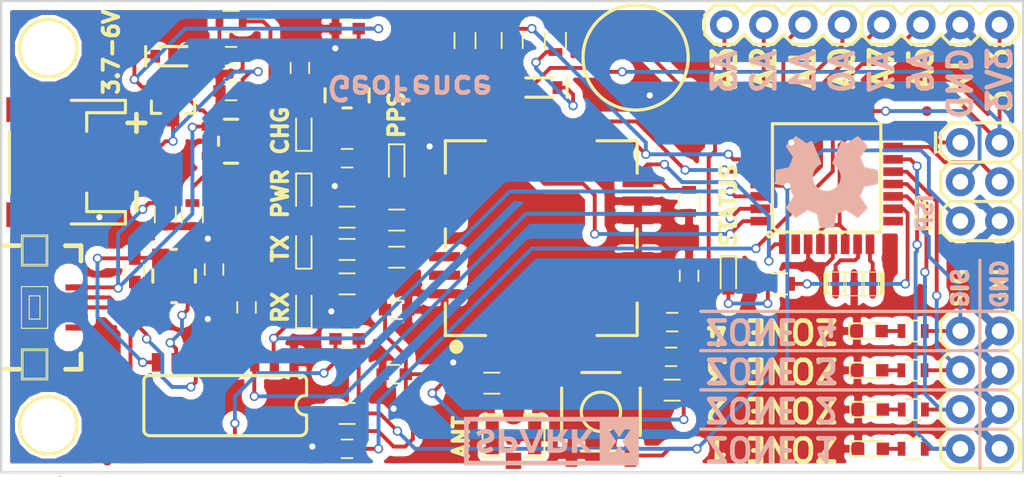
<source format=kicad_pcb>
(kicad_pcb (version 4) (host pcbnew 4.0.6)
  (layers (0 Top signal hide) (31 Bottom signal hide) (34 B.Paste user hide) (35 F.Paste user hide) (36 B.SilkS user hide) (37 F.SilkS user) (38 B.Mask user) (39 F.Mask user) (44 Edge.Cuts user))
  (net 0 "")
  (net 1 GND)
  (net 2 "Net-(C1-Pad1)")
  (net 3 "Net-(D2-PadC)")
  (net 4 "Net-(J1-PadFEED)")
  (net 5 "Net-(U1-Pad15)")
  (net 6 "Net-(U1-Pad17)")
  (net 7 "Net-(U1-Pad18)")
  (net 8 /BACKUP)
  (net 9 "Net-(C2-Pad1)")
  (net 10 "Net-(C3-Pad1)")
  (net 11 +3V3)
  (net 12 /ATRESET)
  (net 13 /DTR)
  (net 14 "Net-(C10-Pad1)")
  (net 15 "Net-(C13-Pad1)")
  (net 16 /TXO)
  (net 17 +5V)
  (net 18 /MISO)
  (net 19 /SCK)
  (net 20 /MOSI)
  (net 21 /A6)
  (net 22 /A7)
  (net 23 /A0)
  (net 24 /D7)
  (net 25 /D8)
  (net 26 /D9)
  (net 27 /D10)
  (net 28 /PPS)
  (net 29 "Net-(Q1-Pad1)")
  (net 30 "Net-(Q1-Pad3)")
  (net 31 /WAKE)
  (net 32 "Net-(D5-Pad2)")
  (net 33 /~RESET)
  (net 34 "Net-(D6-Pad2)")
  (net 35 "Net-(D7-Pad2)")
  (net 36 /SCL)
  (net 37 /SDA)
  (net 38 "Net-(D8-Pad2)")
  (net 39 /STATUS)
  (net 40 /INT)
  (net 41 "Net-(U1-Pad19)")
  (net 42 "Net-(U1-Pad20)")
  (net 43 "Net-(U1-Pad23)")
  (net 44 /RXI)
  (net 45 "Net-(U3-Pad10)")
  (net 46 "Net-(U3-Pad11)")
  (net 47 "Net-(U3-Pad12)")
  (net 48 "Net-(U3-Pad14)")
  (net 49 "Net-(U3-Pad15)")
  (net 50 "Net-(U4-Pad4)")
  (net 51 /D4)
  (net 52 /D5)
  (net 53 /A1)
  (net 54 /A2)
  (net 55 /A3)
  (net 56 "Net-(D1-Pad2)")
  (net 57 "Net-(D3-Pad2)")
  (net 58 "Net-(D4-Pad2)")
  (net 59 "Net-(D9-Pad2)")
  (net 60 "Net-(C6-Pad1)")
  (net 61 "Net-(J2-PadD+)")
  (net 62 "Net-(J2-PadD-)")
  (net 63 "Net-(J2-PadSHIE)")
  (net 64 V_BATT)
  (net 65 "Net-(D11-Pad2)")
  (net 66 "Net-(D11-Pad1)")
  (net 67 "Net-(D12-Pad2)")
  (net 68 "Net-(R16-Pad1)")
  (module Clocks:RESONATOR-SMD-3.2X1.3 (layer Top) (at 161.423194 132.94837)
    (fp_text reference Q1)
    (fp_text value 8/16/20MHz)
    (pad 1 smd oval (at -1.19888 0) (size 0.44958 1.905) (layers Top F.Paste F.Mask) (net 29 "Net-(Q1-Pad1)"))
    (pad 2 smd oval (at 0 0) (size 0.44958 1.905) (layers Top F.Paste F.Mask) (net 1 GND))
    (pad 3 smd oval (at 1.19888 0) (size 0.44958 1.905) (layers Top F.Paste F.Mask) (net 30 "Net-(Q1-Pad3)"))
  )
  (module DiscreteSemi:SparkFun-DiscreteSemi-SOD-323 (layer Top) (at 117.411194 118.22037)
    (fp_text reference D10)
    (fp_text value BAT20J)
    (pad A smd rect (at 1.14808 0) (size 0.62992 0.82804) (layers Top F.Paste F.Mask) (net 17 +5V))
    (pad C smd rect (at -1.14808 0) (size 0.62992 0.82804) (layers Top F.Paste F.Mask) (net 60 "Net-(C6-Pad1)"))
  )
  (module DiscreteSemi:SparkFun-DiscreteSemi-SOT23-3 (layer Top) (at 117.411194 121.22037 180)
    (fp_text reference Q2)
    (fp_text value 2.5A/30V)
    (pad 1 smd rect (at -0.94996 0.99822 180) (size 0.79756 0.89916) (layers Top F.Paste F.Mask) (net 17 +5V))
    (pad 2 smd rect (at 0.94996 0.99822 180) (size 0.79756 0.89916) (layers Top F.Paste F.Mask) (net 60 "Net-(C6-Pad1)"))
    (pad 3 smd rect (at 0 -1.09982 180) (size 0.79756 0.89916) (layers Top F.Paste F.Mask) (net 64 V_BATT))
  )
  (module Resistors_SMD:R_0603 (layer Top) (at 116.911194 128.47037 270)
    (fp_text reference R5)
    (fp_text value 10k)
    (pad 1 smd rect (at -0.75 0 270) (size 0.5 0.9) (layers Top F.Paste F.Mask) (net 17 +5V))
    (pad 2 smd rect (at 0.75 0 270) (size 0.5 0.9) (layers Top F.Paste F.Mask) (net 1 GND))
  )
  (module Resistors_SMD:R_0603 (layer Top) (at 118.661194 128.47037 270)
    (fp_text reference R16)
    (fp_text value 2.0k)
    (pad 1 smd rect (at -0.75 0 270) (size 0.5 0.9) (layers Top F.Paste F.Mask) (net 68 "Net-(R16-Pad1)"))
    (pad 2 smd rect (at 0.75 0 270) (size 0.5 0.9) (layers Top F.Paste F.Mask) (net 1 GND))
  )
  (module Clocks:CRYSTAL-SMD-3.2X2.5MM (layer Top) (at 117.481194 132.44037 270)
    (fp_text reference Y1)
    (fp_text value 12MHz)
    (pad 1 smd rect (at -1.17348 0.87376 90) (size 1.19888 1.09982) (layers Top F.Paste F.Mask) (net 9 "Net-(C2-Pad1)"))
    (pad 2 smd rect (at 1.17348 0.87376 270) (size 1.19888 1.09982) (layers Top F.Paste F.Mask) (net 1 GND))
    (pad 3 smd rect (at 1.17348 -0.87376 270) (size 1.19888 1.09982) (layers Top F.Paste F.Mask) (net 2 "Net-(C1-Pad1)"))
    (pad 4 smd rect (at -1.17348 -0.87376 90) (size 1.19888 1.09982) (layers Top F.Paste F.Mask) (net 1 GND))
  )
  (module Capacitors_SMD:C_0603 (layer Top) (at 120.061194 132.02037 90)
    (fp_text reference C1)
    (fp_text value 10pF)
    (pad 1 smd rect (at -0.75 0 90) (size 0.8 0.75) (layers Top F.Paste F.Mask) (net 2 "Net-(C1-Pad1)"))
    (pad 2 smd rect (at 0.75 0 90) (size 0.8 0.75) (layers Top F.Paste F.Mask) (net 1 GND))
  )
  (module Capacitors_SMD:C_0603 (layer Top) (at 114.941194 132.07037 270)
    (fp_text reference C2)
    (fp_text value 10pF)
    (pad 1 smd rect (at -0.75 0 270) (size 0.8 0.75) (layers Top F.Paste F.Mask) (net 9 "Net-(C2-Pad1)"))
    (pad 2 smd rect (at 0.75 0 270) (size 0.8 0.75) (layers Top F.Paste F.Mask) (net 1 GND))
  )
  (module Resistors_SMD:R_0603 (layer Top) (at 128.657194 130.72037 180)
    (fp_text reference R1)
    (fp_text value 1k)
    (pad 1 smd rect (at -0.75 0 180) (size 0.5 0.9) (layers Top F.Paste F.Mask) (net 11 +3V3))
    (pad 2 smd rect (at 0.75 0 180) (size 0.5 0.9) (layers Top F.Paste F.Mask) (net 57 "Net-(D3-Pad2)"))
  )
  (module Capacitors_SMD:C_0603 (layer Top) (at 122.161194 134.47037 90)
    (fp_text reference C3)
    (fp_text value 10nF)
    (pad 1 smd rect (at -0.75 0 90) (size 0.8 0.75) (layers Top F.Paste F.Mask) (net 10 "Net-(C3-Pad1)"))
    (pad 2 smd rect (at 0.75 0 90) (size 0.8 0.75) (layers Top F.Paste F.Mask) (net 1 GND))
  )
  (module Capacitors_SMD:C_0603 (layer Top) (at 121.161194 120.47037 180)
    (fp_text reference C5)
    (fp_text value 4.7uF)
    (pad 1 smd rect (at -0.75 0 180) (size 0.8 0.75) (layers Top F.Paste F.Mask) (net 64 V_BATT))
    (pad 2 smd rect (at 0.75 0 180) (size 0.8 0.75) (layers Top F.Paste F.Mask) (net 1 GND))
  )
  (module Capacitors_SMD:C_0603 (layer Top) (at 121.161194 118.22037)
    (fp_text reference C15)
    (fp_text value 4.7uF)
    (pad 1 smd rect (at -0.75 0) (size 0.8 0.75) (layers Top F.Paste F.Mask) (net 17 +5V))
    (pad 2 smd rect (at 0.75 0) (size 0.8 0.75) (layers Top F.Paste F.Mask) (net 1 GND))
  )
  (module IC:SOT23-5 (layer Top) (at 121.161194 123.72037 90)
    (fp_text reference U6)
    (fp_text value MCP73831)
    (pad 1 smd rect (at -0.94996 1.29794 90) (size 0.54864 1.19888) (layers Top F.Paste F.Mask) (net 66 "Net-(D11-Pad1)"))
    (pad 2 smd rect (at 0 1.29794 90) (size 0.54864 1.19888) (layers Top F.Paste F.Mask) (net 1 GND))
    (pad 3 smd rect (at 0.94996 1.29794 90) (size 0.54864 1.19888) (layers Top F.Paste F.Mask) (net 64 V_BATT))
    (pad 4 smd rect (at 0.94996 -1.29794 90) (size 0.54864 1.19888) (layers Top F.Paste F.Mask) (net 17 +5V))
    (pad 5 smd rect (at -0.94996 -1.29794 90) (size 0.54864 1.19888) (layers Top F.Paste F.Mask) (net 68 "Net-(R16-Pad1)"))
  )
  (module Resistors_SMD:R_0603 (layer Top) (at 121.161194 115.97037)
    (fp_text reference R17)
    (fp_text value 1k)
    (pad 1 smd rect (at -0.75 0) (size 0.5 0.9) (layers Top F.Paste F.Mask) (net 17 +5V))
    (pad 2 smd rect (at 0.75 0) (size 0.5 0.9) (layers Top F.Paste F.Mask) (net 65 "Net-(D11-Pad2)"))
  )
  (module LEDs:LED_0603 (layer Top) (at 125.863194 123.04237 90)
    (fp_text reference D11)
    (fp_text value Yellow)
    (pad 2 smd rect (at 0.8 0 270) (size 0.8 0.8) (layers Top F.Paste F.Mask) (net 65 "Net-(D11-Pad2)"))
    (pad 1 smd rect (at -0.8 0 270) (size 0.8 0.8) (layers Top F.Paste F.Mask) (net 66 "Net-(D11-Pad1)"))
  )
  (module LEDs:LED_0603 (layer Top) (at 131.861194 125.22037 270)
    (fp_text reference D1)
    (fp_text value Blue)
    (pad 2 smd rect (at 0.8 0 90) (size 0.8 0.8) (layers Top F.Paste F.Mask) (net 56 "Net-(D1-Pad2)"))
    (pad 1 smd rect (at -0.8 0 90) (size 0.8 0.8) (layers Top F.Paste F.Mask) (net 1 GND))
  )
  (module Capacitors_SMD:C_0603 (layer Top) (at 128.657194 124.82037 180)
    (fp_text reference C11)
    (fp_text value 0.1uF)
    (pad 1 smd rect (at -0.75 0 180) (size 0.8 0.75) (layers Top F.Paste F.Mask) (net 11 +3V3))
    (pad 2 smd rect (at 0.75 0 180) (size 0.8 0.75) (layers Top F.Paste F.Mask) (net 1 GND))
  )
  (module LEDs:LED_0603 (layer Top) (at 125.863194 127.10637 270)
    (fp_text reference D12)
    (fp_text value Red)
    (pad 2 smd rect (at 0.8 0 90) (size 0.8 0.8) (layers Top F.Paste F.Mask) (net 67 "Net-(D12-Pad2)"))
    (pad 1 smd rect (at -0.8 0 90) (size 0.8 0.8) (layers Top F.Paste F.Mask) (net 1 GND))
  )
  (module Resistors_SMD:R_0603 (layer Top) (at 131.861194 128.82037)
    (fp_text reference R3)
    (fp_text value 470)
    (pad 1 smd rect (at -0.75 0) (size 0.5 0.9) (layers Top F.Paste F.Mask) (net 56 "Net-(D1-Pad2)"))
    (pad 2 smd rect (at 0.75 0) (size 0.5 0.9) (layers Top F.Paste F.Mask) (net 28 /PPS))
  )
  (module Resistors_SMD:R_0603 (layer Top) (at 128.657194 128.63037 180)
    (fp_text reference R18)
    (fp_text value 1k)
    (pad 1 smd rect (at -0.75 0 180) (size 0.5 0.9) (layers Top F.Paste F.Mask) (net 11 +3V3))
    (pad 2 smd rect (at 0.75 0 180) (size 0.5 0.9) (layers Top F.Paste F.Mask) (net 67 "Net-(D12-Pad2)"))
  )
  (module Inductors_SMD:L_0603 (layer Top) (at 138.011194 139.37037 180)
    (fp_text reference L1)
    (fp_text value 33nH/~5%/500mA)
    (pad 1 smd rect (at -0.75 0 180) (size 0.5 0.9) (layers Top F.Paste F.Mask) (net 4 "Net-(J1-PadFEED)"))
    (pad 2 smd rect (at 0.75 0 180) (size 0.5 0.9) (layers Top F.Paste F.Mask) (net 11 +3V3))
  )
  (module Capacitors_SMD:C_0603 (layer Top) (at 131.861194 134.62037)
    (fp_text reference C4)
    (fp_text value 0.1uF)
    (pad 1 smd rect (at -0.75 0) (size 0.8 0.75) (layers Top F.Paste F.Mask) (net 11 +3V3))
    (pad 2 smd rect (at 0.75 0) (size 0.8 0.75) (layers Top F.Paste F.Mask) (net 1 GND))
  )
  (module Resistors_SMD:R_0603 (layer Top) (at 131.861194 131.22037 180)
    (fp_text reference R9)
    (fp_text value 10k)
    (pad 1 smd rect (at -0.75 0 180) (size 0.5 0.9) (layers Top F.Paste F.Mask) (net 33 /~RESET))
    (pad 2 smd rect (at 0.75 0 180) (size 0.5 0.9) (layers Top F.Paste F.Mask) (net 11 +3V3))
  )
  (module Capacitors_SMD:C_0603 (layer Top) (at 131.705194 138.79037 180)
    (fp_text reference C12)
    (fp_text value 1.0uF)
    (pad 1 smd rect (at -0.75 0 180) (size 0.8 0.75) (layers Top F.Paste F.Mask) (net 11 +3V3))
    (pad 2 smd rect (at 0.75 0 180) (size 0.8 0.75) (layers Top F.Paste F.Mask) (net 1 GND))
  )
  (module LEDs:LED_0603 (layer Top) (at 125.863194 134.51037 90)
    (fp_text reference D4)
    (fp_text value GREEN)
    (pad 2 smd rect (at 0.8 0 270) (size 0.8 0.8) (layers Top F.Paste F.Mask) (net 58 "Net-(D4-Pad2)"))
    (pad 1 smd rect (at -0.8 0 270) (size 0.8 0.8) (layers Top F.Paste F.Mask) (net 44 /RXI))
  )
  (module Capacitors_SMD:C_0603 (layer Top) (at 128.657194 136.50437 180)
    (fp_text reference C9)
    (fp_text value 0.1uF)
    (pad 1 smd rect (at -0.75 0 180) (size 0.8 0.75) (layers Top F.Paste F.Mask) (net 12 /ATRESET))
    (pad 2 smd rect (at 0.75 0 180) (size 0.8 0.75) (layers Top F.Paste F.Mask) (net 13 /DTR))
  )
  (module LEDs:LED_0603 (layer Top) (at 125.863194 130.66237 90)
    (fp_text reference D3)
    (fp_text value Yellow)
    (pad 2 smd rect (at 0.8 0 270) (size 0.8 0.8) (layers Top F.Paste F.Mask) (net 57 "Net-(D3-Pad2)"))
    (pad 1 smd rect (at -0.8 0 270) (size 0.8 0.8) (layers Top F.Paste F.Mask) (net 16 /TXO))
  )
  (module Resistors_SMD:R_0603 (layer Top) (at 128.657194 132.94837)
    (fp_text reference R2)
    (fp_text value 470)
    (pad 1 smd rect (at -0.75 0) (size 0.5 0.9) (layers Top F.Paste F.Mask) (net 58 "Net-(D4-Pad2)"))
    (pad 2 smd rect (at 0.75 0) (size 0.5 0.9) (layers Top F.Paste F.Mask) (net 11 +3V3))
  )
  (module Switches:TACTILE_SWITCH_SMD_5.2MM (layer Top) (at 145.061194 141.22037 90)
    (fp_text reference S1)
    (fp_text value Reset)
    (pad 1 smd rect (at -2.794 -1.905 180) (size 0.762 1.524) (layers Top F.Paste F.Mask) (net 1 GND))
    (pad 2 smd rect (at 2.794 -1.905 180) (size 0.762 1.524) (layers Top F.Paste F.Mask))
    (pad 3 smd rect (at -2.794 1.905 180) (size 0.762 1.524) (layers Top F.Paste F.Mask) (net 12 /ATRESET))
    (pad 4 smd rect (at 2.794 1.905 180) (size 0.762 1.524) (layers Top F.Paste F.Mask))
  )
  (module Connectors:JST-2-SMD (layer Top) (at 109.835794 125.07437 90)
    (fp_text reference JP8)
    (fp_text value LiPo)
    (pad 1 smd rect (at -0.99822 3.69824 90) (size 0.99822 4.59994) (layers Top F.Paste F.Mask) (net 1 GND))
    (pad 2 smd rect (at 0.99822 3.69824 90) (size 0.99822 4.59994) (layers Top F.Paste F.Mask) (net 64 V_BATT))
    (pad NC1 smd rect (at -3.39852 -1.4986 180) (size 3.39852 1.59766) (layers Top F.Paste F.Mask))
    (pad NC2 smd rect (at 3.39852 -1.4986 180) (size 3.39852 1.59766) (layers Top F.Paste F.Mask))
  )
  (module Aesthetics:FIDUCIAL-MICRO (layer Top) (at 113.163194 144.37837 90)
    (fp_text reference JP6)
    (fp_text value FIDUCIALUFIDUCIAL)
    (pad 1 smd circle (at 0 0 90) (size 0.635 0.635) (layers Top F.Paste F.Mask))
  )
  (module SparkX:SparkX-TITAN_X1_GPS (layer Top) (at 141.204794 129.98927 90)
    (fp_text reference U1)
    (fp_text value "TITAN X1 GPS")
    (pad 1 smd rect (at -6.2484 -2.99974 90) (size 1.99898 0.59944) (layers Top F.Paste F.Mask) (net 1 GND))
    (pad 2 smd rect (at -6.2484 -1.79832 90) (size 1.99898 0.59944) (layers Top F.Paste F.Mask) (net 4 "Net-(J1-PadFEED)"))
    (pad 3 smd rect (at -6.2484 -0.59944 90) (size 1.99898 0.59944) (layers Top F.Paste F.Mask) (net 1 GND))
    (pad 4 smd rect (at -6.2484 0.59944 90) (size 1.99898 0.59944) (layers Top F.Paste F.Mask) (net 1 GND))
    (pad 5 smd rect (at -6.2484 1.79832 90) (size 1.99898 0.59944) (layers Top F.Paste F.Mask) (net 1 GND))
    (pad 6 smd rect (at -6.2484 2.99974 90) (size 1.99898 0.59944) (layers Top F.Paste F.Mask) (net 1 GND))
    (pad 7 smd rect (at -3.59918 6.2484 180) (size 1.99898 0.59944) (layers Top F.Paste F.Mask) (net 15 "Net-(C13-Pad1)"))
    (pad 8 smd rect (at -2.39776 6.2484 180) (size 1.99898 0.59944) (layers Top F.Paste F.Mask) (net 8 /BACKUP))
    (pad 9 smd rect (at -1.19888 6.2484 180) (size 1.99898 0.59944) (layers Top F.Paste F.Mask) (net 1 GND))
    (pad 10 smd rect (at 1.19888 6.2484 180) (size 1.99898 0.59944) (layers Top F.Paste F.Mask) (net 1 GND))
    (pad 11 smd rect (at 2.39776 6.2484 180) (size 1.99898 0.59944) (layers Top F.Paste F.Mask) (net 1 GND))
    (pad 12 smd rect (at 3.59918 6.2484 180) (size 1.99898 0.59944) (layers Top F.Paste F.Mask) (net 31 /WAKE))
    (pad 13 smd rect (at 6.2484 2.99974 90) (size 1.99898 0.59944) (layers Top F.Paste F.Mask) (net 37 /SDA))
    (pad 14 smd rect (at 6.2484 1.79832 90) (size 1.99898 0.59944) (layers Top F.Paste F.Mask) (net 36 /SCL))
    (pad 15 smd rect (at 6.2484 0.59944 90) (size 1.99898 0.59944) (layers Top F.Paste F.Mask) (net 5 "Net-(U1-Pad15)"))
    (pad 16 smd rect (at 6.2484 -0.59944 90) (size 1.99898 0.59944) (layers Top F.Paste F.Mask) (net 40 /INT))
    (pad 17 smd rect (at 6.2484 -1.79832 90) (size 1.99898 0.59944) (layers Top F.Paste F.Mask) (net 6 "Net-(U1-Pad17)"))
    (pad 18 smd rect (at 6.2484 -2.99974 90) (size 1.99898 0.59944) (layers Top F.Paste F.Mask) (net 7 "Net-(U1-Pad18)"))
    (pad 19 smd rect (at 3.59918 -6.2484) (size 1.99898 0.59944) (layers Top F.Paste F.Mask) (net 41 "Net-(U1-Pad19)"))
    (pad 20 smd rect (at 2.39776 -6.2484) (size 1.99898 0.59944) (layers Top F.Paste F.Mask) (net 42 "Net-(U1-Pad20)"))
    (pad 21 smd rect (at 1.19888 -6.2484) (size 1.99898 0.59944) (layers Top F.Paste F.Mask) (net 28 /PPS))
    (pad 22 smd rect (at -1.19888 -6.2484) (size 1.99898 0.59944) (layers Top F.Paste F.Mask) (net 33 /~RESET))
    (pad 23 smd rect (at -2.39776 -6.2484) (size 1.99898 0.59944) (layers Top F.Paste F.Mask) (net 43 "Net-(U1-Pad23)"))
    (pad 24 smd rect (at -3.59918 -6.2484) (size 1.99898 0.59944) (layers Top F.Paste F.Mask) (net 1 GND))
  )
  (module Resistors_SMD:R_0603 (layer Top) (at 136.277194 117.21237 90)
    (fp_text reference R12)
    (fp_text value 4.7k)
    (pad 1 smd rect (at -0.75 0 90) (size 0.5 0.9) (layers Top F.Paste F.Mask) (net 36 /SCL))
    (pad 2 smd rect (at 0.75 0 90) (size 0.5 0.9) (layers Top F.Paste F.Mask) (net 11 +3V3))
  )
  (module Resistors_SMD:R_0603 (layer Top) (at 139.325194 117.20037 270)
    (fp_text reference R13)
    (fp_text value 4.7k)
    (pad 1 smd rect (at -0.75 0 270) (size 0.5 0.9) (layers Top F.Paste F.Mask) (net 37 /SDA))
    (pad 2 smd rect (at 0.75 0 270) (size 0.5 0.9) (layers Top F.Paste F.Mask) (net 11 +3V3))
  )
  (module Resistors_SMD:R_0603 (layer Top) (at 142.119194 117.20037 90)
    (fp_text reference R4)
    (fp_text value 1k)
    (pad 1 smd rect (at -0.75 0 90) (size 0.5 0.9) (layers Top F.Paste F.Mask) (net 3 "Net-(D2-PadC)"))
    (pad 2 smd rect (at 0.75 0 90) (size 0.5 0.9) (layers Top F.Paste F.Mask) (net 8 /BACKUP))
  )
  (module Capacitors_SMD:C_0603 (layer Top) (at 125.609194 118.97837 90)
    (fp_text reference C7)
    (fp_text value 2.2uF)
    (pad 1 smd rect (at -0.75 0 90) (size 0.8 0.75) (layers Top F.Paste F.Mask) (net 11 +3V3))
    (pad 2 smd rect (at 0.75 0 90) (size 0.8 0.75) (layers Top F.Paste F.Mask) (net 1 GND))
  )
  (module Capacitors_SMD:C_0603 (layer Top) (at 150.755194 132.42837 90)
    (fp_text reference C8)
    (fp_text value 1.0uF)
    (pad 1 smd rect (at -0.75 0 90) (size 0.8 0.75) (layers Top F.Paste F.Mask) (net 8 /BACKUP))
    (pad 2 smd rect (at 0.75 0 90) (size 0.8 0.75) (layers Top F.Paste F.Mask) (net 1 GND))
  )
  (module Capacitors_SMD:C_0603 (layer Top) (at 128.657194 143.61637 180)
    (fp_text reference C10)
    (fp_text value 0.1uF)
    (pad 1 smd rect (at -0.75 0 180) (size 0.8 0.75) (layers Top F.Paste F.Mask) (net 14 "Net-(C10-Pad1)"))
    (pad 2 smd rect (at 0.75 0 180) (size 0.8 0.75) (layers Top F.Paste F.Mask) (net 1 GND))
  )
  (module Capacitors_SMD:C_0603 (layer Top) (at 149.594 137.668)
    (fp_text reference C13)
    (fp_text value 0.1uF)
    (pad 1 smd rect (at -0.75 0) (size 0.8 0.75) (layers Top F.Paste F.Mask) (net 15 "Net-(C13-Pad1)"))
    (pad 2 smd rect (at 0.75 0) (size 0.8 0.75) (layers Top F.Paste F.Mask) (net 1 GND))
  )
  (module Capacitors_SMD:C_0603 (layer Top) (at 149.661194 135.42037)
    (fp_text reference C14)
    (fp_text value 1.0uF)
    (pad 1 smd rect (at -0.75 0) (size 0.8 0.75) (layers Top F.Paste F.Mask) (net 15 "Net-(C13-Pad1)"))
    (pad 2 smd rect (at 0.75 0) (size 0.8 0.75) (layers Top F.Paste F.Mask) (net 1 GND))
  )
  (module Connectors:2X4 (layer Top) (at 169.551194 139.80637 90)
    (fp_text reference J6)
    (fp_text value CONN_04X2)
    (pad 1 thru_hole circle (at -3.81 1.27 90) (size 1.8796 1.8796) (drill 1.016) (layers *.Cu *.Paste *.Mask) (net 1 GND))
    (pad 2 thru_hole circle (at -3.81 -1.27 90) (size 1.8796 1.8796) (drill 1.016) (layers *.Cu *.Paste *.Mask) (net 24 /D7))
    (pad 3 thru_hole circle (at -1.27 1.27 90) (size 1.8796 1.8796) (drill 1.016) (layers *.Cu *.Paste *.Mask) (net 1 GND))
    (pad 4 thru_hole circle (at -1.27 -1.27 90) (size 1.8796 1.8796) (drill 1.016) (layers *.Cu *.Paste *.Mask) (net 25 /D8))
    (pad 5 thru_hole circle (at 1.27 1.27 90) (size 1.8796 1.8796) (drill 1.016) (layers *.Cu *.Paste *.Mask) (net 1 GND))
    (pad 6 thru_hole circle (at 1.27 -1.27 90) (size 1.8796 1.8796) (drill 1.016) (layers *.Cu *.Paste *.Mask) (net 26 /D9))
    (pad 7 thru_hole circle (at 3.81 1.27 90) (size 1.8796 1.8796) (drill 1.016) (layers *.Cu *.Paste *.Mask) (net 1 GND))
    (pad 8 thru_hole circle (at 3.81 -1.27 90) (size 1.8796 1.8796) (drill 1.016) (layers *.Cu *.Paste *.Mask) (net 27 /D10))
  )
  (module Resistors_SMD:R_0603 (layer Top) (at 165.245194 141.07637 180)
    (fp_text reference R10)
    (fp_text value 470)
    (pad 1 smd rect (at -0.75 0 180) (size 0.5 0.9) (layers Top F.Paste F.Mask) (net 25 /D8))
    (pad 2 smd rect (at 0.75 0 180) (size 0.5 0.9) (layers Top F.Paste F.Mask) (net 34 "Net-(D6-Pad2)"))
  )
  (module Resistors_SMD:R_0603 (layer Top) (at 165.233194 135.99637 180)
    (fp_text reference R14)
    (fp_text value 470)
    (pad 1 smd rect (at -0.75 0 180) (size 0.5 0.9) (layers Top F.Paste F.Mask) (net 27 /D10))
    (pad 2 smd rect (at 0.75 0 180) (size 0.5 0.9) (layers Top F.Paste F.Mask) (net 38 "Net-(D8-Pad2)"))
  )
  (module Resistors_SMD:R_0603 (layer Top) (at 156.597194 132.94837)
    (fp_text reference R15)
    (fp_text value 470)
    (pad 1 smd rect (at -0.75 0) (size 0.5 0.9) (layers Top F.Paste F.Mask) (net 59 "Net-(D9-Pad2)"))
    (pad 2 smd rect (at 0.75 0) (size 0.5 0.9) (layers Top F.Paste F.Mask) (net 39 /STATUS))
  )
  (module IC:SO16 (layer Top) (at 120.783194 140.82237 180)
    (fp_text reference U3)
    (fp_text value CH340G)
    (pad 1 smd rect (at -4.445 2.79908 180) (size 0.59944 1.19888) (layers Top F.Paste F.Mask) (net 1 GND))
    (pad 2 smd rect (at -3.175 2.79908 180) (size 0.59944 1.19888) (layers Top F.Paste F.Mask) (net 44 /RXI))
    (pad 3 smd rect (at -1.905 2.79908 180) (size 0.59944 1.19888) (layers Top F.Paste F.Mask) (net 16 /TXO))
    (pad 4 smd rect (at -0.635 2.79908 180) (size 0.59944 1.19888) (layers Top F.Paste F.Mask) (net 10 "Net-(C3-Pad1)"))
    (pad 5 smd rect (at 0.635 2.79908 180) (size 0.59944 1.19888) (layers Top F.Paste F.Mask) (net 61 "Net-(J2-PadD+)"))
    (pad 6 smd rect (at 1.905 2.79908 180) (size 0.59944 1.19888) (layers Top F.Paste F.Mask) (net 62 "Net-(J2-PadD-)"))
    (pad 7 smd rect (at 3.175 2.79908 180) (size 0.59944 1.19888) (layers Top F.Paste F.Mask) (net 2 "Net-(C1-Pad1)"))
    (pad 8 smd rect (at 4.445 2.79908 180) (size 0.59944 1.19888) (layers Top F.Paste F.Mask) (net 9 "Net-(C2-Pad1)"))
    (pad 9 smd rect (at 4.445 -2.79908 180) (size 0.59944 1.19888) (layers Top F.Paste F.Mask) (net 1 GND))
    (pad 10 smd rect (at 3.175 -2.79908 180) (size 0.59944 1.19888) (layers Top F.Paste F.Mask) (net 45 "Net-(U3-Pad10)"))
    (pad 11 smd rect (at 1.905 -2.79908 180) (size 0.59944 1.19888) (layers Top F.Paste F.Mask) (net 46 "Net-(U3-Pad11)"))
    (pad 12 smd rect (at 0.635 -2.79908 180) (size 0.59944 1.19888) (layers Top F.Paste F.Mask) (net 47 "Net-(U3-Pad12)"))
    (pad 13 smd rect (at -0.635 -2.79908 180) (size 0.59944 1.19888) (layers Top F.Paste F.Mask) (net 13 /DTR))
    (pad 14 smd rect (at -1.905 -2.79908 180) (size 0.59944 1.19888) (layers Top F.Paste F.Mask) (net 48 "Net-(U3-Pad14)"))
    (pad 15 smd rect (at -3.175 -2.79908 180) (size 0.59944 1.19888) (layers Top F.Paste F.Mask) (net 49 "Net-(U3-Pad15)"))
    (pad 16 smd rect (at -4.445 -2.79908 180) (size 0.59944 1.19888) (layers Top F.Paste F.Mask) (net 11 +3V3))
  )
  (module IC:TQFP32-08 (layer Top) (at 159.645194 126.09037 90)
    (fp_text reference U5)
    (fp_text value ATMEGA328)
    (pad 1 smd rect (at -4.2926 -2.79908 90) (size 1.27 0.5588) (layers Top F.Paste F.Mask) (net 31 /WAKE))
    (pad 2 smd rect (at -4.2926 -1.99898 90) (size 1.27 0.5588) (layers Top F.Paste F.Mask) (net 51 /D4))
    (pad 3 smd rect (at -4.2926 -1.19888 90) (size 1.27 0.5588) (layers Top F.Paste F.Mask) (net 1 GND))
    (pad 4 smd rect (at -4.2926 -0.39878 90) (size 1.27 0.5588) (layers Top F.Paste F.Mask) (net 11 +3V3))
    (pad 5 smd rect (at -4.2926 0.39878 90) (size 1.27 0.5588) (layers Top F.Paste F.Mask) (net 1 GND))
    (pad 6 smd rect (at -4.2926 1.19888 90) (size 1.27 0.5588) (layers Top F.Paste F.Mask) (net 11 +3V3))
    (pad 7 smd rect (at -4.2926 1.99898 90) (size 1.27 0.5588) (layers Top F.Paste F.Mask) (net 29 "Net-(Q1-Pad1)"))
    (pad 8 smd rect (at -4.2926 2.79908 90) (size 1.27 0.5588) (layers Top F.Paste F.Mask) (net 30 "Net-(Q1-Pad3)"))
    (pad 9 smd rect (at -2.79908 4.2926 90) (size 0.5588 1.27) (layers Top F.Paste F.Mask) (net 52 /D5))
    (pad 10 smd rect (at -1.99898 4.2926 90) (size 0.5588 1.27) (layers Top F.Paste F.Mask) (net 39 /STATUS))
    (pad 11 smd rect (at -1.19888 4.2926 90) (size 0.5588 1.27) (layers Top F.Paste F.Mask) (net 24 /D7))
    (pad 12 smd rect (at -0.39878 4.2926 90) (size 0.5588 1.27) (layers Top F.Paste F.Mask) (net 25 /D8))
    (pad 13 smd rect (at 0.39878 4.2926 90) (size 0.5588 1.27) (layers Top F.Paste F.Mask) (net 26 /D9))
    (pad 14 smd rect (at 1.19888 4.2926 90) (size 0.5588 1.27) (layers Top F.Paste F.Mask) (net 27 /D10))
    (pad 15 smd rect (at 1.99898 4.2926 90) (size 0.5588 1.27) (layers Top F.Paste F.Mask) (net 20 /MOSI))
    (pad 16 smd rect (at 2.79908 4.2926 90) (size 0.5588 1.27) (layers Top F.Paste F.Mask) (net 18 /MISO))
    (pad 17 smd rect (at 4.2926 2.79908 90) (size 1.27 0.5588) (layers Top F.Paste F.Mask) (net 19 /SCK))
    (pad 18 smd rect (at 4.2926 1.99898 90) (size 1.27 0.5588) (layers Top F.Paste F.Mask) (net 11 +3V3))
    (pad 19 smd rect (at 4.2926 1.19888 90) (size 1.27 0.5588) (layers Top F.Paste F.Mask) (net 21 /A6))
    (pad 20 smd rect (at 4.2926 0.39878 90) (size 1.27 0.5588) (layers Top F.Paste F.Mask) (net 14 "Net-(C10-Pad1)"))
    (pad 21 smd rect (at 4.2926 -0.39878 90) (size 1.27 0.5588) (layers Top F.Paste F.Mask) (net 1 GND))
    (pad 22 smd rect (at 4.2926 -1.19888 90) (size 1.27 0.5588) (layers Top F.Paste F.Mask) (net 22 /A7))
    (pad 23 smd rect (at 4.2926 -1.99898 90) (size 1.27 0.5588) (layers Top F.Paste F.Mask) (net 23 /A0))
    (pad 24 smd rect (at 4.2926 -2.79908 90) (size 1.27 0.5588) (layers Top F.Paste F.Mask) (net 53 /A1))
    (pad 25 smd rect (at 2.79908 -4.2926 90) (size 0.5588 1.27) (layers Top F.Paste F.Mask) (net 54 /A2))
    (pad 26 smd rect (at 1.99898 -4.2926 90) (size 0.5588 1.27) (layers Top F.Paste F.Mask) (net 55 /A3))
    (pad 27 smd rect (at 1.19888 -4.2926 90) (size 0.5588 1.27) (layers Top F.Paste F.Mask) (net 37 /SDA))
    (pad 28 smd rect (at 0.39878 -4.2926 90) (size 0.5588 1.27) (layers Top F.Paste F.Mask) (net 36 /SCL))
    (pad 29 smd rect (at -0.39878 -4.2926 90) (size 0.5588 1.27) (layers Top F.Paste F.Mask) (net 12 /ATRESET))
    (pad 30 smd rect (at -1.19888 -4.2926 90) (size 0.5588 1.27) (layers Top F.Paste F.Mask) (net 44 /RXI))
    (pad 31 smd rect (at -1.99898 -4.2926 90) (size 0.5588 1.27) (layers Top F.Paste F.Mask) (net 16 /TXO))
    (pad 32 smd rect (at -2.79908 -4.2926 90) (size 0.5588 1.27) (layers Top F.Paste F.Mask) (net 40 /INT))
  )
  (module Connectors:1X04 (layer Top) (at 170.821194 116.18437 180)
    (fp_text reference J4)
    (fp_text value CONN_04)
    (pad 1 thru_hole circle (at 0 0 180) (size 1.8796 1.8796) (drill 1.016) (layers *.Cu *.Paste *.Mask) (net 11 +3V3))
    (pad 2 thru_hole circle (at 2.54 0 180) (size 1.8796 1.8796) (drill 1.016) (layers *.Cu *.Paste *.Mask) (net 1 GND))
    (pad 3 thru_hole circle (at 5.08 0 180) (size 1.8796 1.8796) (drill 1.016) (layers *.Cu *.Paste *.Mask) (net 21 /A6))
    (pad 4 thru_hole circle (at 7.62 0 180) (size 1.8796 1.8796) (drill 1.016) (layers *.Cu *.Paste *.Mask) (net 22 /A7))
  )
  (module SparkX:SparkX-6.8MM_COIN_CELL (layer Top) (at 147.300794 118.30527 315)
    (fp_text reference B1)
    (fp_text value "COIN CELL")
    (pad + smd rect (at 4.86918 -0.7493 135) (size 2.2479 0.84836) (layers Top F.Paste F.Mask) (net 8 /BACKUP))
    (pad - smd rect (at 4.86918 0.7493 135) (size 2.2479 0.84836) (layers Top F.Paste F.Mask) (net 1 GND))
  )
  (module DiscreteSemi:SparkFun-DiscreteSemi-SOD-323 (layer Top) (at 141.103194 120.24837 180)
    (fp_text reference D2)
    (fp_text value 0.5A/40V/420mV)
    (pad A smd rect (at 1.14808 0 180) (size 0.62992 0.82804) (layers Top F.Paste F.Mask) (net 11 +3V3))
    (pad C smd rect (at -1.14808 0 180) (size 0.62992 0.82804) (layers Top F.Paste F.Mask) (net 3 "Net-(D2-PadC)"))
  )
  (module LEDs:LED_0603 (layer Top) (at 162.477194 143.61637)
    (fp_text reference D5)
    (fp_text value Blue)
    (pad 2 smd rect (at 0.8 0 180) (size 0.8 0.8) (layers Top F.Paste F.Mask) (net 32 "Net-(D5-Pad2)"))
    (pad 1 smd rect (at -0.8 0 180) (size 0.8 0.8) (layers Top F.Paste F.Mask) (net 1 GND))
  )
  (module LEDs:LED_0603 (layer Top) (at 162.477194 141.07637)
    (fp_text reference D6)
    (fp_text value Blue)
    (pad 2 smd rect (at 0.8 0 180) (size 0.8 0.8) (layers Top F.Paste F.Mask) (net 34 "Net-(D6-Pad2)"))
    (pad 1 smd rect (at -0.8 0 180) (size 0.8 0.8) (layers Top F.Paste F.Mask) (net 1 GND))
  )
  (module LEDs:LED_0603 (layer Top) (at 162.439194 138.53637)
    (fp_text reference D7)
    (fp_text value Blue)
    (pad 2 smd rect (at 0.8 0 180) (size 0.8 0.8) (layers Top F.Paste F.Mask) (net 35 "Net-(D7-Pad2)"))
    (pad 1 smd rect (at -0.8 0 180) (size 0.8 0.8) (layers Top F.Paste F.Mask) (net 1 GND))
  )
  (module LEDs:LED_0603 (layer Top) (at 162.401194 135.99637)
    (fp_text reference D8)
    (fp_text value Blue)
    (pad 2 smd rect (at 0.8 0 180) (size 0.8 0.8) (layers Top F.Paste F.Mask) (net 38 "Net-(D8-Pad2)"))
    (pad 1 smd rect (at -0.8 0 180) (size 0.8 0.8) (layers Top F.Paste F.Mask) (net 1 GND))
  )
  (module LEDs:LED_0603 (layer Top) (at 153.295194 132.44037 270)
    (fp_text reference D9)
    (fp_text value Blue)
    (pad 2 smd rect (at 0.8 0 90) (size 0.8 0.8) (layers Top F.Paste F.Mask) (net 59 "Net-(D9-Pad2)"))
    (pad 1 smd rect (at -0.8 0 90) (size 0.8 0.8) (layers Top F.Paste F.Mask) (net 1 GND))
  )
  (module Inductors_SMD:L_0603 (layer Top) (at 149.661194 139.82037 180)
    (fp_text reference FB1)
    (fp_text value 600Ohm/100MHz)
    (pad 1 smd rect (at -0.75 0 180) (size 0.5 0.9) (layers Top F.Paste F.Mask) (net 11 +3V3))
    (pad 2 smd rect (at 0.75 0 180) (size 0.5 0.9) (layers Top F.Paste F.Mask) (net 15 "Net-(C13-Pad1)"))
  )
  (module SparkX:SparkX-U.FL (layer Top) (at 139.411194 142.87037 90)
    (fp_text reference J1)
    (fp_text value U.FL)
    (pad 1 smd rect (at 0 -1.37414 90) (size 2.19964 0.84836) (layers Top F.Paste F.Mask) (net 1 GND))
    (pad 2 smd rect (at 0 1.37414 90) (size 2.19964 0.84836) (layers Top F.Paste F.Mask) (net 1 GND))
    (pad FEED smd rect (at 1.524 0 90) (size 1.04902 0.99822) (layers Top F.Paste F.Mask) (net 4 "Net-(J1-PadFEED)"))
    (pad NC smd rect (at -1.524 0 90) (size 1.04902 0.99822) (layers Top F.Paste F.Mask))
  )
  (module Connectors:USB-B-MICRO-SMD (layer Top) (at 108.464194 134.47237)
    (fp_text reference J2)
    (fp_text value microB)
    (pad D+ smd rect (at 2.72288 0 90) (size 0.39878 1.4478) (layers Top F.Paste F.Mask) (net 61 "Net-(J2-PadD+)"))
    (pad D- smd rect (at 2.72288 -0.6477 90) (size 0.39878 1.4478) (layers Top F.Paste F.Mask) (net 62 "Net-(J2-PadD-)"))
    (pad GND smd rect (at 2.72288 1.29794 90) (size 0.39878 1.4478) (layers Top F.Paste F.Mask) (net 1 GND))
    (pad ID smd rect (at 2.72288 0.6477 90) (size 0.39878 1.4478) (layers Top F.Paste F.Mask))
    (pad SHIE smd rect (at 0 -3.683 90) (size 1.79832 1.4986) (layers Top F.Paste F.Mask) (net 63 "Net-(J2-PadSHIE)"))
    (pad SHIE smd rect (at 0 3.683 90) (size 1.79832 1.4986) (layers Top F.Paste F.Mask) (net 63 "Net-(J2-PadSHIE)"))
    (pad SHIE smd rect (at 0 0 90) (size 2.49936 1.4986) (layers Top F.Paste F.Mask) (net 63 "Net-(J2-PadSHIE)"))
    (pad VBUS smd rect (at 2.72288 -1.29794 90) (size 0.39878 1.4478) (layers Top F.Paste F.Mask) (net 17 +5V))
    (pad "" np_thru_hole circle (at 2.19964 -1.89992) (size 0.84836 0.84836) (drill 0.84836) (layers *.Cu *.Mask))
    (pad "" np_thru_hole circle (at 2.19964 1.89992) (size 0.84836 0.84836) (drill 0.84836) (layers *.Cu *.Mask))
  )
  (module Connectors:2X3 (layer Top) (at 168.281194 123.80437 270)
    (fp_text reference J3)
    (fp_text value AVR_SPI_PROG_3X2PTH)
    (pad 1 thru_hole circle (at 0 0 270) (size 1.8796 1.8796) (drill 1.016) (layers *.Cu *.Paste *.Mask) (net 18 /MISO))
    (pad 2 thru_hole circle (at 0 -2.54 270) (size 1.8796 1.8796) (drill 1.016) (layers *.Cu *.Paste *.Mask) (net 11 +3V3))
    (pad 3 thru_hole circle (at 2.54 0 270) (size 1.8796 1.8796) (drill 1.016) (layers *.Cu *.Paste *.Mask) (net 19 /SCK))
    (pad 4 thru_hole circle (at 2.54 -2.54 270) (size 1.8796 1.8796) (drill 1.016) (layers *.Cu *.Paste *.Mask) (net 20 /MOSI))
    (pad 5 thru_hole circle (at 5.08 0 270) (size 1.8796 1.8796) (drill 1.016) (layers *.Cu *.Paste *.Mask) (net 12 /ATRESET))
    (pad 6 thru_hole circle (at 5.08 -2.54 270) (size 1.8796 1.8796) (drill 1.016) (layers *.Cu *.Paste *.Mask) (net 1 GND))
  )
  (module Connectors:1X04 (layer Top) (at 160.661194 116.18437 180)
    (fp_text reference J5)
    (fp_text value CONN_04)
    (pad 1 thru_hole circle (at 0 0 180) (size 1.8796 1.8796) (drill 1.016) (layers *.Cu *.Paste *.Mask) (net 23 /A0))
    (pad 2 thru_hole circle (at 2.54 0 180) (size 1.8796 1.8796) (drill 1.016) (layers *.Cu *.Paste *.Mask) (net 53 /A1))
    (pad 3 thru_hole circle (at 5.08 0 180) (size 1.8796 1.8796) (drill 1.016) (layers *.Cu *.Paste *.Mask) (net 54 /A2))
    (pad 4 thru_hole circle (at 7.62 0 180) (size 1.8796 1.8796) (drill 1.016) (layers *.Cu *.Paste *.Mask) (net 55 /A3))
  )
  (module Aesthetics:FIDUCIAL-MICRO (layer Top) (at 166.122194 121.77237 90)
    (fp_text reference JP2)
    (fp_text value FIDUCIALUFIDUCIAL)
    (pad 1 smd circle (at 0 0 90) (size 0.635 0.635) (layers Top F.Paste F.Mask))
  )
  (module Resistors_SMD:R_0603 (layer Top) (at 128.657194 141.33037)
    (fp_text reference R6)
    (fp_text value 10k)
    (pad 1 smd rect (at -0.75 0) (size 0.5 0.9) (layers Top F.Paste F.Mask) (net 11 +3V3))
    (pad 2 smd rect (at 0.75 0) (size 0.5 0.9) (layers Top F.Paste F.Mask) (net 12 /ATRESET))
  )
  (module Resistors_SMD:R_0603 (layer Top) (at 150.755194 127.61437 270)
    (fp_text reference R7)
    (fp_text value 10k)
    (pad 1 smd rect (at -0.75 0 270) (size 0.5 0.9) (layers Top F.Paste F.Mask) (net 31 /WAKE))
    (pad 2 smd rect (at 0.75 0 270) (size 0.5 0.9) (layers Top F.Paste F.Mask) (net 1 GND))
  )
  (module Resistors_SMD:R_0603 (layer Top) (at 165.233194 143.61637 180)
    (fp_text reference R8)
    (fp_text value 470)
    (pad 1 smd rect (at -0.75 0 180) (size 0.5 0.9) (layers Top F.Paste F.Mask) (net 24 /D7))
    (pad 2 smd rect (at 0.75 0 180) (size 0.5 0.9) (layers Top F.Paste F.Mask) (net 32 "Net-(D5-Pad2)"))
  )
  (module Resistors_SMD:R_0603 (layer Top) (at 165.221194 138.53637 180)
    (fp_text reference R11)
    (fp_text value 470)
    (pad 1 smd rect (at -0.75 0 180) (size 0.5 0.9) (layers Top F.Paste F.Mask) (net 26 /D9))
    (pad 2 smd rect (at 0.75 0 180) (size 0.5 0.9) (layers Top F.Paste F.Mask) (net 35 "Net-(D7-Pad2)"))
  )
  (module Capacitors_SMD:C_0603 (layer Top) (at 128.657194 116.43837 180)
    (fp_text reference C6)
    (fp_text value 1.0uF)
    (pad 1 smd rect (at -0.75 0 180) (size 0.8 0.75) (layers Top F.Paste F.Mask) (net 60 "Net-(C6-Pad1)"))
    (pad 2 smd rect (at 0.75 0 180) (size 0.8 0.75) (layers Top F.Paste F.Mask) (net 1 GND))
  )
  (module IC:SOT23-5 (layer Top) (at 128.657194 120.75637 180)
    (fp_text reference U4)
    (fp_text value AP2112K-3.3V)
    (pad 1 smd rect (at -0.94996 1.29794 180) (size 0.54864 1.19888) (layers Top F.Paste F.Mask) (net 60 "Net-(C6-Pad1)"))
    (pad 2 smd rect (at 0 1.29794 180) (size 0.54864 1.19888) (layers Top F.Paste F.Mask) (net 1 GND))
    (pad 3 smd rect (at 0.94996 1.29794 180) (size 0.54864 1.19888) (layers Top F.Paste F.Mask) (net 60 "Net-(C6-Pad1)"))
    (pad 4 smd rect (at 0.94996 -1.29794 180) (size 0.54864 1.19888) (layers Top F.Paste F.Mask) (net 50 "Net-(U4-Pad4)"))
    (pad 5 smd rect (at -0.94996 -1.29794 180) (size 0.54864 1.19888) (layers Top F.Paste F.Mask) (net 11 +3V3))
  )
  (module Hardware:STAND-OFF (layer Top) (at 109.353194 117.70837 90)
    (fp_text reference H1)
    (fp_text value STAND-OFF)
    (pad "" np_thru_hole circle (at 0 0 90) (size 3.302 3.302) (drill 3.302) (layers *.Cu *.Mask))
  )
  (module Hardware:STAND-OFF (layer Top) (at 109.353194 142.09237 90)
    (fp_text reference H2)
    (fp_text value STAND-OFF)
    (pad "" np_thru_hole circle (at 0 0 90) (size 3.302 3.302) (drill 3.302) (layers *.Cu *.Mask))
  )
  (module Custom_Silk:SparkX_Logo (layer Bottom) (at 141.865194 143.10837)
    (fp_text reference G***)
    (fp_text value LOGO)
  )
  (module Symbols:OSHW-Symbol_6.7x6mm_SilkScreen (layer Bottom) (at 159.645194 126.34437)
    (fp_text reference REF***)
    (fp_text value OSHW-Symbol_6.7x6mm_SilkScreen)
  )
  (gr_text + (at 114.941194 122.53437 90) (layer F.SilkS) (effects (font (size 1.5 1.5) (thickness 0.3))))
  (gr_text - (at 114.941194 127.61437 90) (layer F.SilkS) (effects (font (size 1.5 1.5) (thickness 0.3))))
  (gr_text TX (at 124.339194 130.66237 90) (layer F.SilkS) (effects (font (size 1 1) (thickness 0.25))))
  (gr_text RX (at 124.339194 134.47237 90) (layer F.SilkS) (effects (font (size 1 1) (thickness 0.25))))
  (gr_text CHG (at 124.339194 123.04237 90) (layer F.SilkS) (effects (font (size 1 1) (thickness 0.25))))
  (gr_text PWR (at 124.339194 127.10637 90) (layer F.SilkS) (effects (font (size 1 1) (thickness 0.25))))
  (gr_text 3.7-6V (at 113.417194 117.96237 90) (layer F.SilkS) (effects (font (size 1 1) (thickness 0.25))))
  (gr_line (start 172.345194 145.14037) (end 106.305194 145.14037) (layer Edge.Cuts) (width 0.15))
  (gr_line (start 106.305194 114.66037) (end 172.345194 114.66037) (layer Edge.Cuts) (width 0.15))
  (gr_text A3 (at 153.041194 119.23237 90) (layer B.SilkS) (effects (font (size 1.5 1.5) (thickness 0.3)) (justify mirror)))
  (gr_text A2 (at 155.581194 119.23237 90) (layer B.SilkS) (effects (font (size 1.5 1.5) (thickness 0.3)) (justify mirror)))
  (gr_text A1 (at 158.121194 119.23237 90) (layer B.SilkS) (effects (font (size 1.5 1.5) (thickness 0.3)) (justify mirror)))
  (gr_text A0 (at 160.661194 119.23237 90) (layer B.SilkS) (effects (font (size 1.5 1.5) (thickness 0.3)) (justify mirror)))
  (gr_text A7 (at 163.201194 119.23237 90) (layer B.SilkS) (effects (font (size 1.5 1.5) (thickness 0.3)) (justify mirror)))
  (gr_text A6 (at 165.741194 119.23237 90) (layer B.SilkS) (effects (font (size 1.5 1.5) (thickness 0.3)) (justify mirror)))
  (gr_text GND (at 168.281194 119.99437 90) (layer B.SilkS) (effects (font (size 1.5 1.5) (thickness 0.3)) (justify mirror)))
  (gr_text 3V3 (at 170.821194 119.74037 90) (layer B.SilkS) (effects (font (size 1.5 1.5) (thickness 0.3)) (justify mirror)))
  (gr_text 3V3 (at 170.821194 119.74037 90) (layer F.SilkS) (effects (font (size 1.5 1.5) (thickness 0.3))))
  (gr_text ISP (at 165.995194 128.37637 90) (layer B.SilkS) (effects (font (size 1 1) (thickness 0.25)) (justify mirror)))
  (gr_text GND (at 170.821194 132.94837 90) (layer B.SilkS) (effects (font (size 1 1) (thickness 0.25)) (justify mirror)))
  (gr_text SIG (at 168.281194 133.20237 90) (layer B.SilkS) (effects (font (size 1 1) (thickness 0.25)) (justify mirror)))
  (gr_line (start 169.551194 144.88637) (end 169.551194 131.42437) (layer B.SilkS) (width 0.2))
  (gr_line (start 151.517194 142.34637) (end 171.329194 142.34637) (layer B.SilkS) (width 0.2))
  (gr_line (start 151.517194 139.80637) (end 171.329194 139.80637) (layer B.SilkS) (width 0.2))
  (gr_line (start 151.517194 134.72637) (end 171.329194 134.72637) (layer B.SilkS) (width 0.2))
  (gr_line (start 151.517194 137.26637) (end 171.329194 137.26637) (layer B.SilkS) (width 0.2))
  (gr_text "ZONE 4" (at 156.089194 135.99637 180) (layer B.SilkS) (effects (font (size 1.5 1.5) (thickness 0.3)) (justify mirror)))
  (gr_text "ZONE 3\n" (at 156.089194 138.53637 180) (layer B.SilkS) (effects (font (size 1.5 1.5) (thickness 0.3)) (justify mirror)))
  (gr_text "ZONE 2" (at 156.089194 141.07637 180) (layer B.SilkS) (effects (font (size 1.5 1.5) (thickness 0.3)) (justify mirror)))
  (gr_text "ZONE 1" (at 156.089194 143.61637 180) (layer B.SilkS) (effects (font (size 1.5 1.5) (thickness 0.3)) (justify mirror)))
  (gr_text ANT (at 136.023194 142.85437 90) (layer F.SilkS) (effects (font (size 1 1) (thickness 0.25))))
  (gr_text GeoFence (at 132.721194 120.24837 180) (layer B.SilkS) (effects (font (size 1.5 1.5) (thickness 0.3)) (justify mirror)))
  (gr_text PPS (at 131.861194 122.02037 90) (layer F.SilkS) (effects (font (size 1 1) (thickness 0.25))))
  (gr_text GND (at 170.821194 132.94837 90) (layer F.SilkS) (effects (font (size 1 1) (thickness 0.25))))
  (gr_text SIG (at 168.281194 133.20237 90) (layer F.SilkS) (effects (font (size 1 1) (thickness 0.25))))
  (gr_line (start 169.551194 144.88637) (end 169.551194 131.42437) (layer F.SilkS) (width 0.2))
  (gr_text STATUS (at 153.295194 127.86837 90) (layer F.SilkS) (effects (font (size 1 1) (thickness 0.25))))
  (gr_text ISP (at 165.995194 128.37637 90) (layer F.SilkS) (effects (font (size 1 1) (thickness 0.25))))
  (gr_text GND (at 168.281194 119.99437 90) (layer F.SilkS) (effects (font (size 1.5 1.5) (thickness 0.3))))
  (gr_text A6 (at 165.741194 118.97837 90) (layer F.SilkS) (effects (font (size 1.5 1.5) (thickness 0.3))))
  (gr_text A7 (at 163.201194 118.97837 90) (layer F.SilkS) (effects (font (size 1.5 1.5) (thickness 0.3))))
  (gr_text A0 (at 160.661194 118.97837 90) (layer F.SilkS) (effects (font (size 1.5 1.5) (thickness 0.3))))
  (gr_text A1 (at 158.121194 118.97837 90) (layer F.SilkS) (effects (font (size 1.5 1.5) (thickness 0.3))))
  (gr_text A2 (at 155.581194 118.97837 90) (layer F.SilkS) (effects (font (size 1.5 1.5) (thickness 0.3))))
  (gr_text A3 (at 153.041194 118.97837 90) (layer F.SilkS) (effects (font (size 1.5 1.5) (thickness 0.3))))
  (gr_line (start 167.519194 134.72637) (end 151.517194 134.72637) (layer F.SilkS) (width 0.2))
  (gr_line (start 171.329194 137.26637) (end 151.517194 137.26637) (layer F.SilkS) (width 0.2))
  (gr_line (start 171.329194 139.80637) (end 151.517194 139.80637) (layer F.SilkS) (width 0.2))
  (gr_line (start 171.329194 142.34637) (end 151.517194 142.34637) (layer F.SilkS) (width 0.2))
  (gr_text "ZONE 4" (at 156.089194 135.99637 180) (layer F.SilkS) (effects (font (size 1.5 1.5) (thickness 0.3))))
  (gr_text "ZONE 3\n" (at 156.089194 138.53637 180) (layer F.SilkS) (effects (font (size 1.5 1.5) (thickness 0.3))))
  (gr_text "ZONE 2" (at 156.089194 141.07637 180) (layer F.SilkS) (effects (font (size 1.5 1.5) (thickness 0.3))))
  (gr_text "ZONE 1" (at 156.089194 143.61637 180) (layer F.SilkS) (effects (font (size 1.5 1.5) (thickness 0.3))))
  (gr_line (start 110.115194 145.39437) (end 110.115194 145.39437) (layer Edge.Cuts) (width 0.15))
  (gr_line (start 106.305194 114.66037) (end 106.305194 145.14037) (layer Edge.Cuts) (width 0.15))
  (gr_line (start 172.345194 145.14037) (end 172.345194 114.66037) (layer Edge.Cuts) (width 0.15))
  (gr_line (start 172.345194 145.14037) (end 172.345194 145.14037) (layer Edge.Cuts) (width 0.15))
  (segment (start 111.568074 135.77031) (end 112.147194 135.77031) (width 0.25) (layer Top) (net 1))
  (segment (start 112.147194 135.77031) (end 112.655194 135.77031) (width 0.25) (layer Top) (net 1))
  (segment (start 111.187074 135.77031) (end 112.147194 135.77031) (width 0.25) (layer Top) (net 1))
  (segment (start 113.534034 126.07259) (end 113.534034 127.75153) (width 0.25) (layer Top) (net 1))
  (segment (start 113.534034 127.75153) (end 112.655194 128.63037) (width 0.25) (layer Top) (net 1))
  (via (at 112.655194 128.63037) (size 0.6) (drill 0.4) (layers Top Bottom) (net 1))
  (segment (start 130.955194 140.31437) (end 130.955194 138.79037) (width 0.25) (layer Top) (net 1))
  (segment (start 132.611194 134.62037) (end 132.636194 134.62037) (width 0.25) (layer Top) (net 1))
  (segment (start 138.205054 136.23767) (end 137.655334 136.23767) (width 0.25) (layer Top) (net 1))
  (segment (start 137.655334 136.23767) (end 135.864634 138.02837) (width 0.25) (layer Top) (net 1))
  (segment (start 135.864634 138.02837) (end 135.515194 138.02837) (width 0.25) (layer Top) (net 1))
  (via (at 135.515194 138.02837) (size 0.6) (drill 0.4) (layers Top Bottom) (net 1))
  (segment (start 133.991194 124.05837) (end 133.691195 123.758371) (width 0.25) (layer Bottom) (net 1))
  (segment (start 128.161193 126.320371) (end 127.861194 126.62037) (width 0.25) (layer Bottom) (net 1))
  (segment (start 131.861194 124.42037) (end 133.629194 124.42037) (width 0.25) (layer Top) (net 1))
  (segment (start 133.629194 124.42037) (end 133.991194 124.05837) (width 0.25) (layer Top) (net 1))
  (segment (start 127.907194 124.82037) (end 127.907194 126.57437) (width 0.25) (layer Top) (net 1))
  (segment (start 127.907194 126.57437) (end 127.861194 126.62037) (width 0.25) (layer Top) (net 1))
  (via (at 133.991194 124.05837) (size 0.6) (drill 0.4) (layers Top Bottom) (net 1))
  (segment (start 128.657194 119.45843) (end 128.657194 118.47037) (width 0.25) (layer Top) (net 1))
  (segment (start 128.657194 118.47037) (end 127.895194 117.70837) (width 0.25) (layer Top) (net 1))
  (via (at 127.895194 117.70837) (size 0.6) (drill 0.4) (layers Top Bottom) (net 1))
  (segment (start 112.330074 135.77031) (end 112.655194 135.77031) (width 0.25) (layer Top) (net 1))
  (segment (start 112.655194 135.77031) (end 112.854584 135.77031) (width 0.25) (layer Top) (net 1))
  (segment (start 120.661194 119.22037) (end 120.411194 119.47037) (width 0.25) (layer Top) (net 1))
  (segment (start 120.411194 119.47037) (end 120.411194 120.47037) (width 0.25) (layer Top) (net 1))
  (segment (start 121.686194 119.22037) (end 120.661194 119.22037) (width 0.25) (layer Top) (net 1))
  (segment (start 121.911194 118.22037) (end 121.911194 118.99537) (width 0.25) (layer Top) (net 1))
  (segment (start 121.911194 118.99537) (end 121.686194 119.22037) (width 0.25) (layer Top) (net 1))
  (segment (start 126.879194 136.25037) (end 126.879194 135.48837) (width 0.25) (layer Top) (net 1))
  (segment (start 126.879194 135.48837) (end 127.641194 134.72637) (width 0.25) (layer Top) (net 1))
  (via (at 127.641194 134.72637) (size 0.6) (drill 0.4) (layers Top Bottom) (net 1))
  (segment (start 126.371194 136.75837) (end 126.879194 136.25037) (width 0.25) (layer Top) (net 1))
  (segment (start 126.371194 138.02837) (end 126.371194 136.75837) (width 0.25) (layer Top) (net 1))
  (segment (start 125.782994 138.02837) (end 126.371194 138.02837) (width 0.25) (layer Top) (net 1))
  (segment (start 125.228194 138.02329) (end 125.777914 138.02329) (width 0.25) (layer Top) (net 1))
  (segment (start 125.777914 138.02329) (end 125.782994 138.02837) (width 0.25) (layer Top) (net 1))
  (segment (start 112.854584 135.77031) (end 112.882524 135.74237) (width 0.25) (layer Top) (net 1))
  (segment (start 113.671194 135.74237) (end 113.671194 139.80637) (width 0.25) (layer Top) (net 1))
  (segment (start 112.882524 135.74237) (end 113.671194 135.74237) (width 0.25) (layer Top) (net 1))
  (segment (start 113.671194 139.80637) (end 116.338194 142.47337) (width 0.25) (layer Top) (net 1))
  (segment (start 116.338194 142.47337) (end 116.338194 143.62145) (width 0.25) (layer Top) (net 1))
  (segment (start 120.061194 131.27037) (end 120.061194 130.42037) (width 0.25) (layer Top) (net 1))
  (segment (start 120.061194 130.42037) (end 119.661194 130.02037) (width 0.25) (layer Top) (net 1))
  (segment (start 121.536194 133.72037) (end 121.161194 133.72037) (width 0.25) (layer Top) (net 1))
  (segment (start 121.161194 133.72037) (end 119.661194 135.22037) (width 0.25) (layer Top) (net 1))
  (via (at 119.661194 135.22037) (size 0.6) (drill 0.4) (layers Top Bottom) (net 1))
  (segment (start 122.161194 133.72037) (end 121.536194 133.72037) (width 0.25) (layer Top) (net 1))
  (via (at 119.661194 130.02037) (size 0.6) (drill 0.4) (layers Top Bottom) (net 1))
  (segment (start 122.557234 128.12433) (end 124.375194 126.30637) (width 0.25) (layer Top) (net 1))
  (segment (start 124.375194 126.30637) (end 125.863194 126.30637) (width 0.25) (layer Top) (net 1))
  (segment (start 121.688894 128.12433) (end 122.557234 128.12433) (width 0.25) (layer Top) (net 1))
  (segment (start 120.061194 131.27037) (end 118.358434 131.27037) (width 0.25) (layer Top) (net 1))
  (segment (start 118.358434 131.27037) (end 118.354954 131.26689) (width 0.25) (layer Top) (net 1))
  (segment (start 114.941194 133.70037) (end 114.941194 132.82037) (width 0.25) (layer Top) (net 1))
  (segment (start 115.501004 133.92037) (end 115.161194 133.92037) (width 0.25) (layer Top) (net 1))
  (segment (start 116.607434 133.61385) (end 115.807524 133.61385) (width 0.25) (layer Top) (net 1))
  (segment (start 115.807524 133.61385) (end 115.501004 133.92037) (width 0.25) (layer Top) (net 1))
  (segment (start 125.863194 126.30637) (end 127.547194 126.30637) (width 0.25) (layer Top) (net 1))
  (segment (start 127.547194 126.30637) (end 127.861194 126.62037) (width 0.25) (layer Top) (net 1))
  (via (at 127.861194 126.62037) (size 0.6) (drill 0.4) (layers Top Bottom) (net 1))
  (segment (start 125.597194 118.21637) (end 125.609194 118.22837) (width 0.25) (layer Top) (net 1))
  (segment (start 149.519194 131.67837) (end 149.028974 131.18815) (width 0.25) (layer Top) (net 1))
  (segment (start 149.028974 131.18815) (end 147.453194 131.18815) (width 0.25) (layer Top) (net 1))
  (segment (start 150.755194 131.67837) (end 149.519194 131.67837) (width 0.25) (layer Top) (net 1))
  (segment (start 130.955194 138.79037) (end 130.955194 140.51437) (width 0.25) (layer Top) (net 1))
  (via (at 131.661194 141.02037) (size 0.6) (drill 0.4) (layers Top Bottom) (net 1))
  (segment (start 130.955194 140.51437) (end 131.661194 141.22037) (width 0.25) (layer Top) (net 1))
  (segment (start 140.411194 134.22037) (end 140.605354 134.41453) (width 0.25) (layer Top) (net 1))
  (segment (start 140.605354 134.41453) (end 140.605354 136.23767) (width 0.25) (layer Top) (net 1))
  (segment (start 138.161194 134.22037) (end 140.411194 134.22037) (width 0.25) (layer Top) (net 1))
  (segment (start 138.161194 134.94432) (end 138.161194 134.22037) (width 0.25) (layer Top) (net 1))
  (segment (start 138.205054 136.23767) (end 138.205054 134.98818) (width 0.25) (layer Top) (net 1))
  (segment (start 138.205054 134.98818) (end 138.161194 134.94432) (width 0.25) (layer Top) (net 1))
  (segment (start 143.003114 136.23767) (end 140.605354 136.23767) (width 0.25) (layer Top) (net 1))
  (segment (start 140.605354 136.23767) (end 140.605354 134.98818) (width 0.25) (layer Top) (net 1))
  (segment (start 140.605354 134.98818) (end 140.661194 134.93234) (width 0.25) (layer Top) (net 1))
  (segment (start 141.804234 136.23767) (end 140.605354 136.23767) (width 0.25) (layer Top) (net 1))
  (segment (start 127.907194 143.61637) (end 126.557194 143.61637) (width 0.25) (layer Top) (net 1))
  (segment (start 126.557194 143.61637) (end 126.411194 143.47037) (width 0.25) (layer Top) (net 1))
  (via (at 126.411194 143.47037) (size 0.6) (drill 0.4) (layers Top Bottom) (net 1))
  (segment (start 150.213989 122.278135) (end 148.692224 120.75637) (width 0.25) (layer Top) (net 1))
  (segment (start 148.692224 120.75637) (end 148.215194 120.75637) (width 0.25) (layer Top) (net 1))
  (via (at 148.215194 120.75637) (size 0.6) (drill 0.4) (layers Top Bottom) (net 1))
  (segment (start 159.246414 121.79777) (end 159.246414 122.68277) (width 0.25) (layer Top) (net 1))
  (segment (start 159.246414 122.68277) (end 158.124814 123.80437) (width 0.25) (layer Top) (net 1))
  (segment (start 158.124814 123.80437) (end 157.359194 123.80437) (width 0.25) (layer Top) (net 1))
  (via (at 157.359194 123.80437) (size 0.6) (drill 0.4) (layers Top Bottom) (net 1))
  (segment (start 159.633574 131.67837) (end 158.856714 131.67837) (width 0.25) (layer Top) (net 1))
  (segment (start 158.856714 131.67837) (end 158.446314 131.26797) (width 0.25) (layer Top) (net 1))
  (segment (start 158.446314 131.26797) (end 158.446314 130.38297) (width 0.25) (layer Top) (net 1))
  (segment (start 160.043974 130.38297) (end 160.043974 131.26797) (width 0.25) (layer Top) (net 1))
  (segment (start 160.043974 131.26797) (end 159.633574 131.67837) (width 0.25) (layer Top) (net 1))
  (segment (start 116.607434 133.61385) (end 116.607434 134.33013) (width 0.25) (layer Top) (net 1))
  (segment (start 116.607434 134.33013) (end 115.957194 134.98037) (width 0.25) (layer Top) (net 1))
  (segment (start 119.461194 133.82037) (end 119.254674 133.61385) (width 0.25) (layer Top) (net 2))
  (segment (start 119.254674 133.61385) (end 118.354954 133.61385) (width 0.25) (layer Top) (net 2))
  (segment (start 119.861194 133.82037) (end 119.461194 133.82037) (width 0.25) (layer Top) (net 2))
  (segment (start 120.061194 133.62037) (end 119.861194 133.82037) (width 0.25) (layer Top) (net 2))
  (segment (start 120.061194 132.77037) (end 120.061194 133.62037) (width 0.25) (layer Top) (net 2))
  (segment (start 117.989194 134.98037) (end 117.989194 135.99637) (width 0.25) (layer Bottom) (net 2))
  (segment (start 117.989194 135.99637) (end 117.227194 136.75837) (width 0.25) (layer Bottom) (net 2))
  (segment (start 118.354954 134.46329) (end 118.354954 134.61461) (width 0.25) (layer Top) (net 2))
  (segment (start 118.354954 134.61461) (end 117.989194 134.98037) (width 0.25) (layer Top) (net 2))
  (via (at 117.989194 134.98037) (size 0.6) (drill 0.4) (layers Top Bottom) (net 2))
  (segment (start 117.608194 138.02329) (end 117.608194 137.13937) (width 0.25) (layer Top) (net 2))
  (via (at 117.227194 136.75837) (size 0.6) (drill 0.4) (layers Top Bottom) (net 2))
  (segment (start 117.608194 137.13937) (end 117.227194 136.75837) (width 0.25) (layer Top) (net 2))
  (segment (start 118.354954 133.61385) (end 118.354954 134.46329) (width 0.25) (layer Top) (net 2))
  (segment (start 143.261194 121.42037) (end 140.861194 119.02037) (width 0.25) (layer Bottom) (net 3))
  (segment (start 140.861194 119.02037) (end 140.861194 118.62037) (width 0.25) (layer Bottom) (net 3))
  (segment (start 143.261194 120.69333) (end 143.261194 121.42037) (width 0.25) (layer Top) (net 3))
  (via (at 143.261194 121.42037) (size 0.6) (drill 0.4) (layers Top Bottom) (net 3))
  (segment (start 142.251274 120.24837) (end 142.816234 120.24837) (width 0.25) (layer Top) (net 3))
  (segment (start 142.816234 120.24837) (end 143.261194 120.69333) (width 0.25) (layer Top) (net 3))
  (segment (start 142.119194 117.95037) (end 141.531194 117.95037) (width 0.25) (layer Top) (net 3))
  (segment (start 141.531194 117.95037) (end 140.861194 118.62037) (width 0.25) (layer Top) (net 3))
  (via (at 140.861194 118.62037) (size 0.6) (drill 0.4) (layers Top Bottom) (net 3))
  (segment (start 138.761194 139.37037) (end 139.261194 139.37037) (width 0.25) (layer Top) (net 4))
  (segment (start 139.261194 139.37037) (end 139.406474 139.22509) (width 0.25) (layer Top) (net 4))
  (segment (start 139.406474 139.22509) (end 139.406474 137.48716) (width 0.25) (layer Top) (net 4))
  (segment (start 139.406474 137.48716) (end 139.406474 136.23767) (width 0.25) (layer Top) (net 4))
  (segment (start 139.404794 136.23927) (end 139.404794 137.50427) (width 1.397) (layer Top) (net 4))
  (segment (start 139.404794 137.50427) (end 139.411194 137.51067) (width 0.25) (layer Top) (net 4))
  (segment (start 139.411194 137.51067) (end 139.411194 141.34637) (width 1.397) (layer Top) (net 4))
  (segment (start 152.431594 124.36317) (end 152.025194 124.76957) (width 0.25) (layer Top) (net 8))
  (segment (start 152.025194 124.76957) (end 152.025194 132.69437) (width 0.25) (layer Top) (net 8))
  (segment (start 152.431594 122.3764) (end 152.431594 124.36317) (width 0.25) (layer Top) (net 8))
  (segment (start 151.273659 121.218465) (end 152.431594 122.3764) (width 0.25) (layer Top) (net 8))
  (segment (start 142.119194 116.45037) (end 146.505564 116.45037) (width 0.25) (layer Top) (net 8))
  (segment (start 146.505564 116.45037) (end 151.273659 121.218465) (width 0.25) (layer Top) (net 8))
  (segment (start 149.715194 133.17837) (end 148.923854 132.38703) (width 0.25) (layer Top) (net 8))
  (segment (start 148.923854 132.38703) (end 147.453194 132.38703) (width 0.25) (layer Top) (net 8))
  (segment (start 150.755194 133.17837) (end 149.715194 133.17837) (width 0.25) (layer Top) (net 8))
  (segment (start 152.025194 132.69437) (end 151.541194 133.17837) (width 0.25) (layer Top) (net 8))
  (segment (start 151.541194 133.17837) (end 150.755194 133.17837) (width 0.25) (layer Top) (net 8))
  (segment (start 112.528194 131.29737) (end 114.918194 131.29737) (width 0.25) (layer Top) (net 9))
  (segment (start 114.918194 131.29737) (end 114.941194 131.32037) (width 0.25) (layer Top) (net 9))
  (segment (start 115.449194 138.02837) (end 112.528194 135.10737) (width 0.25) (layer Bottom) (net 9))
  (via (at 112.528194 131.29737) (size 0.6) (drill 0.4) (layers Top Bottom) (net 9))
  (segment (start 112.528194 135.10737) (end 112.528194 131.29737) (width 0.25) (layer Bottom) (net 9))
  (segment (start 116.338194 138.02329) (end 115.454274 138.02329) (width 0.25) (layer Top) (net 9))
  (segment (start 115.454274 138.02329) (end 115.449194 138.02837) (width 0.25) (layer Top) (net 9))
  (via (at 115.449194 138.02837) (size 0.6) (drill 0.4) (layers Top Bottom) (net 9))
  (segment (start 116.607434 131.26689) (end 114.994674 131.26689) (width 0.25) (layer Top) (net 9))
  (segment (start 114.994674 131.26689) (end 114.941194 131.32037) (width 0.25) (layer Top) (net 9))
  (segment (start 122.161194 135.22037) (end 122.161194 135.87037) (width 0.25) (layer Top) (net 10))
  (segment (start 122.161194 135.87037) (end 121.418194 136.61337) (width 0.25) (layer Top) (net 10))
  (segment (start 121.418194 136.61337) (end 121.418194 137.17385) (width 0.25) (layer Top) (net 10))
  (segment (start 121.418194 137.17385) (end 121.418194 138.02329) (width 0.25) (layer Top) (net 10))
  (segment (start 129.407194 130.72037) (end 129.407194 128.63037) (width 0.25) (layer Top) (net 11))
  (segment (start 162.054574 120.50237) (end 167.519194 120.50237) (width 0.25) (layer Top) (net 11))
  (segment (start 167.519194 120.50237) (end 170.821194 123.80437) (width 0.25) (layer Top) (net 11))
  (segment (start 125.601194 119.72037) (end 125.609194 119.72837) (width 0.25) (layer Top) (net 11))
  (segment (start 150.411194 141.72037) (end 150.411194 139.82037) (width 0.25) (layer Top) (net 11))
  (segment (start 135.861194 141.72037) (end 150.411194 141.72037) (width 0.25) (layer Bottom) (net 11))
  (via (at 150.411194 141.72037) (size 0.6) (drill 0.4) (layers Top Bottom) (net 11))
  (segment (start 134.161194 140.02037) (end 135.861194 141.72037) (width 0.25) (layer Bottom) (net 11))
  (segment (start 134.811194 139.37037) (end 134.161194 140.02037) (width 0.25) (layer Top) (net 11))
  (via (at 134.161194 140.02037) (size 0.6) (drill 0.4) (layers Top Bottom) (net 11))
  (segment (start 134.231194 138.79037) (end 134.811194 139.37037) (width 0.25) (layer Top) (net 11))
  (segment (start 134.811194 139.37037) (end 137.261194 139.37037) (width 0.25) (layer Top) (net 11))
  (segment (start 132.455194 138.79037) (end 134.231194 138.79037) (width 0.25) (layer Top) (net 11))
  (segment (start 132.455194 138.79037) (end 132.455194 140.26437) (width 0.25) (layer Top) (net 11))
  (segment (start 131.661194 143.47037) (end 130.661194 142.47037) (width 0.25) (layer Top) (net 11))
  (segment (start 132.455194 140.26437) (end 132.911194 140.72037) (width 0.25) (layer Top) (net 11))
  (segment (start 132.911194 140.72037) (end 132.911194 142.97037) (width 0.25) (layer Top) (net 11))
  (segment (start 132.911194 142.97037) (end 132.411194 143.47037) (width 0.25) (layer Top) (net 11))
  (segment (start 132.411194 143.47037) (end 131.661194 143.47037) (width 0.25) (layer Top) (net 11))
  (segment (start 130.661194 142.47037) (end 128.161194 142.47037) (width 0.25) (layer Top) (net 11))
  (segment (start 128.161194 142.47037) (end 127.907194 142.21637) (width 0.25) (layer Top) (net 11))
  (segment (start 127.907194 142.21637) (end 127.907194 141.33037) (width 0.25) (layer Top) (net 11))
  (segment (start 131.111194 131.22037) (end 131.111194 131.92037) (width 0.25) (layer Top) (net 11))
  (segment (start 130.189194 132.84237) (end 130.189194 132.94837) (width 0.25) (layer Top) (net 11))
  (segment (start 131.111194 131.92037) (end 130.189194 132.84237) (width 0.25) (layer Top) (net 11))
  (segment (start 131.111194 133.87037) (end 130.189194 132.94837) (width 0.25) (layer Top) (net 11))
  (segment (start 130.189194 132.94837) (end 129.407194 132.94837) (width 0.25) (layer Top) (net 11))
  (segment (start 131.111194 134.62037) (end 131.111194 133.87037) (width 0.25) (layer Top) (net 11))
  (segment (start 132.455194 137.61437) (end 131.111194 136.27037) (width 0.25) (layer Top) (net 11))
  (segment (start 131.111194 136.27037) (end 131.111194 134.62037) (width 0.25) (layer Top) (net 11))
  (segment (start 132.455194 138.79037) (end 132.455194 137.61437) (width 0.25) (layer Top) (net 11))
  (segment (start 129.407194 128.63037) (end 129.407194 130.02037) (width 0.25) (layer Top) (net 11))
  (segment (start 129.407194 130.02037) (end 129.407194 132.94837) (width 0.25) (layer Top) (net 11))
  (segment (start 127.907194 141.53037) (end 127.907194 141.33037) (width 0.25) (layer Top) (net 11))
  (segment (start 125.228194 143.62145) (end 125.228194 142.77201) (width 0.25) (layer Top) (net 11))
  (segment (start 125.228194 142.77201) (end 126.669834 141.33037) (width 0.25) (layer Top) (net 11))
  (segment (start 126.669834 141.33037) (end 127.407194 141.33037) (width 0.25) (layer Top) (net 11))
  (segment (start 127.407194 141.33037) (end 127.907194 141.33037) (width 0.25) (layer Top) (net 11))
  (segment (start 125.609194 119.94237) (end 125.609194 120.59237) (width 0.25) (layer Top) (net 11))
  (segment (start 125.609194 120.59237) (end 125.987194 120.97037) (width 0.25) (layer Top) (net 11))
  (segment (start 129.607154 121.15833) (end 129.607154 122.26831) (width 0.25) (layer Top) (net 11))
  (segment (start 125.979194 120.97037) (end 129.411194 120.97037) (width 0.25) (layer Top) (net 11))
  (segment (start 129.419194 120.97037) (end 129.607154 121.15833) (width 0.25) (layer Top) (net 11))
  (segment (start 145.167194 118.97837) (end 141.790074 118.97837) (width 0.25) (layer Top) (net 11))
  (segment (start 141.790074 118.97837) (end 140.520074 120.24837) (width 0.25) (layer Top) (net 11))
  (segment (start 140.520074 120.24837) (end 139.955114 120.24837) (width 0.25) (layer Top) (net 11))
  (segment (start 145.421194 119.23237) (end 145.167194 118.97837) (width 0.25) (layer Top) (net 11))
  (segment (start 146.437194 119.23237) (end 145.421194 119.23237) (width 0.25) (layer Top) (net 11))
  (segment (start 167.578271 119.23237) (end 146.437194 119.23237) (width 0.25) (layer Bottom) (net 11))
  (via (at 146.437194 119.23237) (size 0.6) (drill 0.4) (layers Top Bottom) (net 11))
  (segment (start 170.821194 123.80437) (end 170.821194 122.475293) (width 0.25) (layer Bottom) (net 11))
  (segment (start 170.821194 122.475293) (end 167.578271 119.23237) (width 0.25) (layer Bottom) (net 11))
  (segment (start 132.430194 138.79037) (end 132.455194 138.79037) (width 0.25) (layer Top) (net 11))
  (segment (start 129.407194 124.82037) (end 129.407194 128.63037) (width 0.25) (layer Top) (net 11))
  (segment (start 129.607154 122.05431) (end 129.607154 124.62041) (width 0.25) (layer Top) (net 11))
  (segment (start 129.607154 124.62041) (end 129.407194 124.82037) (width 0.25) (layer Top) (net 11))
  (segment (start 135.769194 116.43837) (end 130.153254 122.05431) (width 0.25) (layer Top) (net 11))
  (segment (start 130.153254 122.05431) (end 129.607154 122.05431) (width 0.25) (layer Top) (net 11))
  (segment (start 136.053194 116.43837) (end 135.769194 116.43837) (width 0.25) (layer Top) (net 11))
  (segment (start 136.277194 116.46237) (end 136.077194 116.46237) (width 0.25) (layer Top) (net 11))
  (segment (start 136.077194 116.46237) (end 136.053194 116.43837) (width 0.25) (layer Top) (net 11))
  (segment (start 137.613194 116.43837) (end 137.589194 116.46237) (width 0.25) (layer Top) (net 11))
  (segment (start 137.589194 116.46237) (end 136.277194 116.46237) (width 0.25) (layer Top) (net 11))
  (segment (start 139.325194 117.95037) (end 139.125194 117.95037) (width 0.25) (layer Top) (net 11))
  (segment (start 139.125194 117.95037) (end 137.613194 116.43837) (width 0.25) (layer Top) (net 11))
  (segment (start 139.325194 120.24837) (end 139.325194 117.95037) (width 0.25) (layer Top) (net 11))
  (segment (start 139.955114 120.24837) (end 139.325194 120.24837) (width 0.25) (layer Top) (net 11))
  (segment (start 170.821194 120.50237) (end 170.821194 116.18437) (width 0.25) (layer Top) (net 11))
  (segment (start 170.821194 122.475293) (end 170.821194 120.50237) (width 0.25) (layer Top) (net 11))
  (segment (start 162.054574 120.50237) (end 161.644174 120.91277) (width 0.25) (layer Top) (net 11))
  (segment (start 161.644174 120.91277) (end 161.644174 121.79777) (width 0.25) (layer Top) (net 11))
  (segment (start 170.821194 123.80437) (end 170.821194 122.475293) (width 0.25) (layer Top) (net 11))
  (segment (start 160.484474 129.13837) (end 160.484474 123.98109) (width 0.25) (layer Top) (net 11))
  (segment (start 160.484474 123.98109) (end 161.644174 122.82139) (width 0.25) (layer Top) (net 11))
  (segment (start 161.644174 122.82139) (end 161.644174 121.79777) (width 0.25) (layer Top) (net 11))
  (segment (start 159.606014 129.13837) (end 160.484474 129.13837) (width 0.25) (layer Top) (net 11))
  (segment (start 160.484474 129.13837) (end 160.844074 129.49797) (width 0.25) (layer Top) (net 11))
  (segment (start 160.844074 129.49797) (end 160.844074 130.38297) (width 0.25) (layer Top) (net 11))
  (segment (start 159.246414 130.38297) (end 159.246414 129.49797) (width 0.25) (layer Top) (net 11))
  (segment (start 159.246414 129.49797) (end 159.606014 129.13837) (width 0.25) (layer Top) (net 11))
  (segment (start 149.465194 143.61637) (end 149.033384 144.04818) (width 0.25) (layer Top) (net 12))
  (segment (start 149.033384 144.04818) (end 148.038398 144.04818) (width 0.25) (layer Top) (net 12))
  (segment (start 148.038398 144.04818) (end 146.966194 144.04818) (width 0.25) (layer Top) (net 12))
  (segment (start 151.263194 143.61637) (end 149.465194 143.61637) (width 0.25) (layer Top) (net 12))
  (segment (start 131.911194 142.47037) (end 130.771194 141.33037) (width 0.25) (layer Top) (net 12))
  (segment (start 130.771194 141.33037) (end 129.407194 141.33037) (width 0.25) (layer Top) (net 12))
  (segment (start 151.263194 143.61637) (end 133.057194 143.61637) (width 0.25) (layer Bottom) (net 12))
  (segment (start 133.057194 143.61637) (end 131.911194 142.47037) (width 0.25) (layer Bottom) (net 12))
  (via (at 131.911194 142.47037) (size 0.6) (drill 0.4) (layers Top Bottom) (net 12))
  (segment (start 129.407194 141.33037) (end 129.407194 136.50437) (width 0.25) (layer Top) (net 12))
  (segment (start 157.105194 126.59837) (end 157.105194 137.77437) (width 0.25) (layer Bottom) (net 12))
  (segment (start 157.105194 137.77437) (end 151.263194 143.61637) (width 0.25) (layer Bottom) (net 12))
  (via (at 151.263194 143.61637) (size 0.6) (drill 0.4) (layers Top Bottom) (net 12))
  (segment (start 157.105194 126.59837) (end 155.461814 126.59837) (width 0.25) (layer Top) (net 12))
  (segment (start 155.461814 126.59837) (end 155.352594 126.48915) (width 0.25) (layer Top) (net 12))
  (segment (start 165.741194 124.31237) (end 159.391194 124.31237) (width 0.25) (layer Bottom) (net 12))
  (segment (start 159.391194 124.31237) (end 157.105194 126.59837) (width 0.25) (layer Bottom) (net 12))
  (via (at 157.105194 126.59837) (size 0.6) (drill 0.4) (layers Top Bottom) (net 12))
  (segment (start 166.249194 124.82037) (end 165.741194 124.31237) (width 0.25) (layer Bottom) (net 12))
  (segment (start 166.249194 126.85237) (end 166.249194 124.82037) (width 0.25) (layer Bottom) (net 12))
  (segment (start 167.341395 127.944571) (end 166.249194 126.85237) (width 0.25) (layer Bottom) (net 12))
  (segment (start 168.281194 128.88437) (end 167.341395 127.944571) (width 0.25) (layer Bottom) (net 12))
  (segment (start 127.161194 138.72037) (end 122.911194 138.72037) (width 0.25) (layer Bottom) (net 13))
  (segment (start 122.911194 138.72037) (end 121.411194 140.22037) (width 0.25) (layer Bottom) (net 13))
  (segment (start 121.411194 141.97037) (end 121.411194 143.61445) (width 0.25) (layer Top) (net 13))
  (segment (start 121.411194 143.61445) (end 121.418194 143.62145) (width 0.25) (layer Top) (net 13))
  (segment (start 121.411194 140.22037) (end 121.411194 141.97037) (width 0.25) (layer Bottom) (net 13))
  (via (at 121.411194 141.97037) (size 0.6) (drill 0.4) (layers Top Bottom) (net 13))
  (segment (start 127.907194 136.50437) (end 127.907194 137.97437) (width 0.25) (layer Top) (net 13))
  (segment (start 127.907194 137.97437) (end 127.161194 138.72037) (width 0.25) (layer Top) (net 13))
  (via (at 127.161194 138.72037) (size 0.6) (drill 0.4) (layers Top Bottom) (net 13))
  (segment (start 130.689194 143.61637) (end 129.407194 143.61637) (width 0.25) (layer Top) (net 14))
  (segment (start 140.595194 130.66237) (end 130.689194 140.56837) (width 0.25) (layer Bottom) (net 14))
  (segment (start 130.689194 140.56837) (end 130.689194 143.61637) (width 0.25) (layer Bottom) (net 14))
  (via (at 130.689194 143.61637) (size 0.6) (drill 0.4) (layers Top Bottom) (net 14))
  (segment (start 155.073194 130.66237) (end 140.595194 130.66237) (width 0.25) (layer Bottom) (net 14))
  (segment (start 160.043974 121.79777) (end 160.043974 125.657512) (width 0.25) (layer Top) (net 14))
  (segment (start 160.043974 125.657512) (end 155.073194 130.628292) (width 0.25) (layer Top) (net 14))
  (segment (start 155.073194 130.628292) (end 155.073194 130.66237) (width 0.25) (layer Top) (net 14))
  (via (at 155.073194 130.66237) (size 0.6) (drill 0.4) (layers Top Bottom) (net 14))
  (segment (start 148.911194 137.62037) (end 148.911194 139.82037) (width 0.25) (layer Top) (net 15))
  (segment (start 148.911194 135.42037) (end 148.911194 137.62037) (width 0.25) (layer Top) (net 15))
  (segment (start 147.453194 135.01237) (end 147.861194 135.42037) (width 0.25) (layer Top) (net 15))
  (segment (start 147.861194 135.42037) (end 148.911194 135.42037) (width 0.25) (layer Top) (net 15))
  (segment (start 147.453194 133.58845) (end 147.453194 135.01237) (width 0.25) (layer Top) (net 15))
  (segment (start 140.211193 128.420371) (end 128.411194 140.22037) (width 0.25) (layer Bottom) (net 16))
  (segment (start 124.061194 132.22037) (end 124.819194 131.46237) (width 0.25) (layer Top) (net 16))
  (segment (start 124.819194 131.46237) (end 125.863194 131.46237) (width 0.25) (layer Top) (net 16))
  (segment (start 124.061194 135.02037) (end 124.061194 132.22037) (width 0.25) (layer Top) (net 16))
  (segment (start 122.688194 136.39337) (end 124.061194 135.02037) (width 0.25) (layer Top) (net 16))
  (segment (start 122.688194 138.02329) (end 122.688194 136.39337) (width 0.25) (layer Top) (net 16))
  (segment (start 122.688194 138.02329) (end 122.688194 137.72357) (width 0.25) (layer Top) (net 16))
  (segment (start 122.661194 140.22037) (end 122.661194 138.05029) (width 0.25) (layer Top) (net 16))
  (segment (start 122.661194 138.05029) (end 122.688194 138.02329) (width 0.25) (layer Top) (net 16))
  (segment (start 128.411194 140.22037) (end 122.661194 140.22037) (width 0.25) (layer Bottom) (net 16))
  (via (at 122.661194 140.22037) (size 0.6) (drill 0.4) (layers Top Bottom) (net 16))
  (segment (start 153.411194 128.72037) (end 153.111195 128.420371) (width 0.25) (layer Bottom) (net 16))
  (segment (start 153.111195 128.420371) (end 140.211193 128.420371) (width 0.25) (layer Bottom) (net 16))
  (segment (start 155.352594 128.08935) (end 154.042214 128.08935) (width 0.25) (layer Top) (net 16))
  (segment (start 154.042214 128.08935) (end 153.411194 128.72037) (width 0.25) (layer Top) (net 16))
  (via (at 153.411194 128.72037) (size 0.6) (drill 0.4) (layers Top Bottom) (net 16))
  (segment (start 111.187074 133.17443) (end 112.330074 133.17443) (width 0.25) (layer Top) (net 17))
  (segment (start 112.330074 133.17443) (end 112.655194 133.17443) (width 0.25) (layer Top) (net 17))
  (segment (start 112.655194 133.17443) (end 113.815254 133.17443) (width 0.25) (layer Top) (net 17))
  (segment (start 111.568074 133.17443) (end 112.655194 133.17443) (width 0.25) (layer Top) (net 17))
  (segment (start 115.449194 128.12237) (end 113.861194 129.71037) (width 0.25) (layer Bottom) (net 17))
  (segment (start 113.861194 129.71037) (end 113.861194 133.22037) (width 0.25) (layer Bottom) (net 17))
  (segment (start 116.911194 127.72037) (end 115.851194 127.72037) (width 0.25) (layer Top) (net 17))
  (segment (start 115.851194 127.72037) (end 115.449194 128.12237) (width 0.25) (layer Top) (net 17))
  (via (at 115.449194 128.12237) (size 0.6) (drill 0.4) (layers Top Bottom) (net 17))
  (segment (start 118.661194 122.82037) (end 118.661194 128.42037) (width 0.25) (layer Bottom) (net 17))
  (segment (start 118.661194 128.42037) (end 118.461194 128.62037) (width 0.25) (layer Bottom) (net 17))
  (segment (start 119.863254 122.77041) (end 118.711154 122.77041) (width 0.25) (layer Top) (net 17))
  (segment (start 118.711154 122.77041) (end 118.661194 122.82037) (width 0.25) (layer Top) (net 17))
  (via (at 118.661194 122.82037) (size 0.6) (drill 0.4) (layers Top Bottom) (net 17))
  (segment (start 119.813294 122.82037) (end 119.863254 122.77041) (width 0.25) (layer Top) (net 17))
  (segment (start 113.861194 133.22037) (end 118.461194 128.62037) (width 0.25) (layer Bottom) (net 17))
  (segment (start 113.815254 133.17443) (end 113.861194 133.22037) (width 0.25) (layer Top) (net 17))
  (via (at 113.861194 133.22037) (size 0.6) (drill 0.4) (layers Top Bottom) (net 17))
  (segment (start 119.159794 121.72037) (end 119.337534 121.72037) (width 0.25) (layer Top) (net 17))
  (segment (start 119.337534 121.72037) (end 119.863254 122.24609) (width 0.25) (layer Top) (net 17))
  (segment (start 119.863254 122.24609) (end 119.863254 122.77041) (width 0.25) (layer Top) (net 17))
  (segment (start 118.361154 120.22215) (end 118.361154 120.92173) (width 0.25) (layer Top) (net 17))
  (segment (start 118.361154 120.92173) (end 119.159794 121.72037) (width 0.25) (layer Top) (net 17))
  (segment (start 118.559274 119.07229) (end 118.361154 119.27041) (width 0.25) (layer Top) (net 17))
  (segment (start 118.361154 119.27041) (end 118.361154 120.22215) (width 0.25) (layer Top) (net 17))
  (segment (start 118.559274 118.22037) (end 118.559274 119.07229) (width 0.25) (layer Top) (net 17))
  (segment (start 120.411194 118.22037) (end 118.559274 118.22037) (width 0.25) (layer Top) (net 17))
  (segment (start 120.411194 115.97037) (end 120.411194 118.22037) (width 0.25) (layer Top) (net 17))
  (segment (start 168.281194 123.80437) (end 166.952117 123.80437) (width 0.25) (layer Top) (net 18))
  (segment (start 166.952117 123.80437) (end 166.439037 123.29129) (width 0.25) (layer Top) (net 18))
  (segment (start 166.439037 123.29129) (end 163.937794 123.29129) (width 0.25) (layer Top) (net 18))
  (segment (start 169.523795 122.760971) (end 168.535194 121.77237) (width 0.25) (layer Bottom) (net 19))
  (segment (start 168.535194 121.77237) (end 163.455194 121.77237) (width 0.25) (layer Bottom) (net 19))
  (segment (start 168.281194 126.34437) (end 169.523795 125.101769) (width 0.25) (layer Bottom) (net 19))
  (segment (start 169.523795 125.101769) (end 169.523795 122.760971) (width 0.25) (layer Bottom) (net 19))
  (segment (start 168.027194 126.34437) (end 168.281194 126.34437) (width 0.25) (layer Bottom) (net 19))
  (segment (start 163.455194 121.77237) (end 162.469674 121.77237) (width 0.25) (layer Top) (net 19))
  (segment (start 162.469674 121.77237) (end 162.444274 121.79777) (width 0.25) (layer Top) (net 19))
  (via (at 163.455194 121.77237) (size 0.6) (drill 0.4) (layers Top Bottom) (net 19))
  (segment (start 167.265194 125.07437) (end 169.551194 125.07437) (width 0.25) (layer Top) (net 20))
  (segment (start 169.551194 125.07437) (end 170.821194 126.34437) (width 0.25) (layer Top) (net 20))
  (segment (start 166.282214 124.09139) (end 167.265194 125.07437) (width 0.25) (layer Top) (net 20))
  (segment (start 163.937794 124.09139) (end 166.282214 124.09139) (width 0.25) (layer Top) (net 20))
  (segment (start 161.931194 118.72437) (end 160.844074 119.81149) (width 0.25) (layer Top) (net 21))
  (segment (start 160.844074 119.81149) (end 160.844074 121.79777) (width 0.25) (layer Top) (net 21))
  (segment (start 163.201194 118.72437) (end 161.931194 118.72437) (width 0.25) (layer Top) (net 21))
  (segment (start 165.741194 116.18437) (end 163.201194 118.72437) (width 0.25) (layer Top) (net 21))
  (segment (start 163.201194 116.18437) (end 158.446314 120.93925) (width 0.25) (layer Top) (net 22))
  (segment (start 158.446314 120.93925) (end 158.446314 121.79777) (width 0.25) (layer Top) (net 22))
  (segment (start 160.661194 116.18437) (end 160.661194 117.513447) (width 0.25) (layer Top) (net 23))
  (segment (start 160.661194 117.513447) (end 157.646214 120.528427) (width 0.25) (layer Top) (net 23))
  (segment (start 157.646214 120.528427) (end 157.646214 120.91277) (width 0.25) (layer Top) (net 23))
  (segment (start 157.646214 120.91277) (end 157.646214 121.79777) (width 0.25) (layer Top) (net 23))
  (segment (start 165.392393 142.505569) (end 166.503194 143.61637) (width 0.25) (layer Bottom) (net 24))
  (segment (start 166.503194 143.61637) (end 168.281194 143.61637) (width 0.25) (layer Bottom) (net 24))
  (segment (start 165.487194 130.40837) (end 165.487194 130.832634) (width 0.25) (layer Bottom) (net 24))
  (segment (start 165.487194 130.832634) (end 165.392393 130.927435) (width 0.25) (layer Bottom) (net 24))
  (segment (start 165.392393 130.927435) (end 165.392393 142.505569) (width 0.25) (layer Bottom) (net 24))
  (segment (start 165.487194 127.95365) (end 165.487194 130.40837) (width 0.25) (layer Top) (net 24))
  (via (at 165.487194 130.40837) (size 0.6) (drill 0.4) (layers Top Bottom) (net 24))
  (segment (start 163.937794 127.28925) (end 164.822794 127.28925) (width 0.25) (layer Top) (net 24))
  (segment (start 164.822794 127.28925) (end 165.487194 127.95365) (width 0.25) (layer Top) (net 24))
  (segment (start 168.281194 143.61637) (end 165.983194 143.61637) (width 0.25) (layer Top) (net 24))
  (segment (start 167.011194 141.07637) (end 168.281194 141.07637) (width 0.25) (layer Bottom) (net 25))
  (segment (start 165.995194 140.06037) (end 167.011194 141.07637) (width 0.25) (layer Bottom) (net 25))
  (segment (start 165.995194 132.18637) (end 165.995194 140.06037) (width 0.25) (layer Bottom) (net 25))
  (segment (start 165.995194 127.66155) (end 166.089995 127.756351) (width 0.25) (layer Top) (net 25))
  (segment (start 166.089995 127.756351) (end 166.089995 132.091569) (width 0.25) (layer Top) (net 25))
  (segment (start 166.089995 132.091569) (end 165.995194 132.18637) (width 0.25) (layer Top) (net 25))
  (via (at 165.995194 132.18637) (size 0.6) (drill 0.4) (layers Top Bottom) (net 25))
  (segment (start 163.937794 126.48915) (end 164.822794 126.48915) (width 0.25) (layer Top) (net 25))
  (segment (start 164.822794 126.48915) (end 165.995194 127.66155) (width 0.25) (layer Top) (net 25))
  (segment (start 168.281194 141.07637) (end 165.995194 141.07637) (width 0.25) (layer Top) (net 25))
  (segment (start 166.757194 133.71037) (end 166.757194 137.01237) (width 0.25) (layer Bottom) (net 26))
  (segment (start 166.757194 137.01237) (end 168.281194 138.53637) (width 0.25) (layer Bottom) (net 26))
  (segment (start 166.503194 127.37199) (end 166.757194 127.62599) (width 0.25) (layer Top) (net 26))
  (segment (start 166.757194 127.62599) (end 166.757194 133.71037) (width 0.25) (layer Top) (net 26))
  (via (at 166.757194 133.71037) (size 0.6) (drill 0.4) (layers Top Bottom) (net 26))
  (segment (start 163.937794 125.69159) (end 164.822794 125.69159) (width 0.25) (layer Top) (net 26))
  (segment (start 164.822794 125.69159) (end 166.503194 127.37199) (width 0.25) (layer Top) (net 26))
  (segment (start 168.281194 138.53637) (end 165.971194 138.53637) (width 0.25) (layer Top) (net 26))
  (segment (start 166.249194 131.17037) (end 168.281194 133.20237) (width 0.25) (layer Bottom) (net 27))
  (segment (start 168.281194 133.20237) (end 168.281194 135.99637) (width 0.25) (layer Bottom) (net 27))
  (segment (start 166.249194 129.90037) (end 166.249194 131.17037) (width 0.25) (layer Bottom) (net 27))
  (segment (start 165.487194 129.13837) (end 166.249194 129.90037) (width 0.25) (layer Bottom) (net 27))
  (segment (start 165.487194 125.32837) (end 165.487194 129.13837) (width 0.25) (layer Bottom) (net 27))
  (segment (start 163.937794 124.89149) (end 165.050314 124.89149) (width 0.25) (layer Top) (net 27))
  (via (at 165.487194 125.32837) (size 0.6) (drill 0.4) (layers Top Bottom) (net 27))
  (segment (start 165.050314 124.89149) (end 165.487194 125.32837) (width 0.25) (layer Top) (net 27))
  (segment (start 168.281194 135.99637) (end 165.983194 135.99637) (width 0.25) (layer Top) (net 27))
  (segment (start 134.956394 128.79039) (end 132.641174 128.79039) (width 0.25) (layer Top) (net 28))
  (segment (start 132.641174 128.79039) (end 132.611194 128.82037) (width 0.25) (layer Top) (net 28))
  (segment (start 161.677194 131.23495) (end 161.677194 130.41599) (width 0.25) (layer Top) (net 29))
  (segment (start 161.677194 130.41599) (end 161.644174 130.38297) (width 0.25) (layer Top) (net 29))
  (segment (start 160.545814 131.42437) (end 161.487774 131.42437) (width 0.25) (layer Top) (net 29))
  (segment (start 161.487774 131.42437) (end 161.677194 131.23495) (width 0.25) (layer Top) (net 29))
  (segment (start 160.224314 132.94837) (end 160.224314 131.74587) (width 0.25) (layer Top) (net 29))
  (segment (start 160.224314 131.74587) (end 160.545814 131.42437) (width 0.25) (layer Top) (net 29))
  (segment (start 162.622074 131.60725) (end 162.444274 131.42945) (width 0.25) (layer Top) (net 30))
  (segment (start 162.444274 131.42945) (end 162.444274 130.38297) (width 0.25) (layer Top) (net 30))
  (segment (start 162.622074 132.94837) (end 162.622074 131.60725) (width 0.25) (layer Top) (net 30))
  (segment (start 149.161194 125.22037) (end 148.073194 125.22037) (width 0.25) (layer Top) (net 31))
  (segment (start 148.073194 125.22037) (end 147.453194 125.84037) (width 0.25) (layer Top) (net 31))
  (segment (start 147.453194 125.84037) (end 147.453194 126.39009) (width 0.25) (layer Top) (net 31))
  (segment (start 155.911194 131.47037) (end 155.911194 128.578224) (width 0.25) (layer Bottom) (net 31))
  (segment (start 155.911194 128.578224) (end 153.700539 126.367569) (width 0.25) (layer Bottom) (net 31))
  (segment (start 153.700539 126.367569) (end 150.308393 126.367569) (width 0.25) (layer Bottom) (net 31))
  (segment (start 150.308393 126.367569) (end 149.161194 125.22037) (width 0.25) (layer Bottom) (net 31))
  (via (at 149.161194 125.22037) (size 0.6) (drill 0.4) (layers Top Bottom) (net 31))
  (segment (start 155.911194 130.78849) (end 155.911194 131.47037) (width 0.25) (layer Top) (net 31))
  (via (at 155.911194 131.47037) (size 0.6) (drill 0.4) (layers Top Bottom) (net 31))
  (segment (start 156.846114 130.38297) (end 156.316714 130.38297) (width 0.25) (layer Top) (net 31))
  (segment (start 156.316714 130.38297) (end 155.911194 130.78849) (width 0.25) (layer Top) (net 31))
  (segment (start 149.022914 126.39009) (end 149.497194 126.86437) (width 0.25) (layer Top) (net 31))
  (segment (start 149.497194 126.86437) (end 150.755194 126.86437) (width 0.25) (layer Top) (net 31))
  (segment (start 147.453194 126.39009) (end 149.022914 126.39009) (width 0.25) (layer Top) (net 31))
  (segment (start 164.483194 143.61637) (end 163.277194 143.61637) (width 0.25) (layer Top) (net 32))
  (segment (start 134.956394 131.18815) (end 132.643414 131.18815) (width 0.25) (layer Top) (net 33))
  (segment (start 132.643414 131.18815) (end 132.611194 131.22037) (width 0.25) (layer Top) (net 33))
  (segment (start 134.956394 131.18815) (end 134.256624 131.18815) (width 0.25) (layer Top) (net 33))
  (segment (start 134.256624 131.18815) (end 134.238844 131.17037) (width 0.25) (layer Top) (net 33))
  (segment (start 164.495194 141.07637) (end 163.277194 141.07637) (width 0.25) (layer Top) (net 34))
  (segment (start 164.471194 138.53637) (end 163.239194 138.53637) (width 0.25) (layer Top) (net 35))
  (segment (start 137.801194 121.77237) (end 136.277194 120.24837) (width 0.25) (layer Top) (net 36))
  (segment (start 136.277194 120.24837) (end 136.277194 117.96237) (width 0.25) (layer Top) (net 36))
  (segment (start 141.734384 121.77237) (end 137.801194 121.77237) (width 0.25) (layer Top) (net 36))
  (segment (start 143.003114 123.0411) (end 141.734384 121.77237) (width 0.25) (layer Top) (net 36))
  (segment (start 150.501194 125.58237) (end 153.041194 125.58237) (width 0.25) (layer Bottom) (net 36))
  (segment (start 143.003114 123.74087) (end 143.003114 123.0411) (width 0.25) (layer Top) (net 36))
  (segment (start 143.003114 123.0411) (end 143.605635 122.438579) (width 0.25) (layer Top) (net 36))
  (segment (start 143.605635 122.438579) (end 147.357403 122.438579) (width 0.25) (layer Top) (net 36))
  (segment (start 147.357403 122.438579) (end 150.501194 125.58237) (width 0.25) (layer Top) (net 36))
  (via (at 150.501194 125.58237) (size 0.6) (drill 0.4) (layers Top Bottom) (net 36))
  (segment (start 155.352594 125.69159) (end 153.150414 125.69159) (width 0.25) (layer Top) (net 36))
  (segment (start 153.150414 125.69159) (end 153.041194 125.58237) (width 0.25) (layer Top) (net 36))
  (via (at 153.041194 125.58237) (size 0.6) (drill 0.4) (layers Top Bottom) (net 36))
  (segment (start 140.595194 116.43837) (end 147.961194 123.80437) (width 0.25) (layer Bottom) (net 37))
  (segment (start 147.961194 123.80437) (end 147.961194 124.56637) (width 0.25) (layer Bottom) (net 37))
  (segment (start 139.325194 116.45037) (end 140.583194 116.45037) (width 0.25) (layer Top) (net 37))
  (segment (start 140.583194 116.45037) (end 140.595194 116.43837) (width 0.25) (layer Top) (net 37))
  (via (at 140.595194 116.43837) (size 0.6) (drill 0.4) (layers Top Bottom) (net 37))
  (segment (start 147.961194 124.56637) (end 153.295194 124.56637) (width 0.25) (layer Bottom) (net 37))
  (segment (start 144.204534 123.74087) (end 147.135694 123.74087) (width 0.25) (layer Top) (net 37))
  (segment (start 147.135694 123.74087) (end 147.961194 124.56637) (width 0.25) (layer Top) (net 37))
  (via (at 147.961194 124.56637) (size 0.6) (drill 0.4) (layers Top Bottom) (net 37))
  (segment (start 155.352594 124.89149) (end 153.620314 124.89149) (width 0.25) (layer Top) (net 37))
  (segment (start 153.620314 124.89149) (end 153.295194 124.56637) (width 0.25) (layer Top) (net 37))
  (via (at 153.295194 124.56637) (size 0.6) (drill 0.4) (layers Top Bottom) (net 37))
  (segment (start 164.483194 135.99637) (end 163.201194 135.99637) (width 0.25) (layer Top) (net 38))
  (segment (start 158.375194 132.94837) (end 157.347194 132.94837) (width 0.25) (layer Top) (net 39))
  (segment (start 164.725194 132.94837) (end 158.375194 132.94837) (width 0.25) (layer Bottom) (net 39))
  (via (at 158.375194 132.94837) (size 0.6) (drill 0.4) (layers Top Bottom) (net 39))
  (segment (start 164.875595 128.367809) (end 164.875595 132.797969) (width 0.25) (layer Top) (net 39))
  (via (at 164.725194 132.94837) (size 0.6) (drill 0.4) (layers Top Bottom) (net 39))
  (segment (start 164.875595 132.797969) (end 164.725194 132.94837) (width 0.25) (layer Top) (net 39))
  (segment (start 163.937794 128.08935) (end 164.597136 128.08935) (width 0.25) (layer Top) (net 39))
  (segment (start 164.597136 128.08935) (end 164.875595 128.367809) (width 0.25) (layer Top) (net 39))
  (segment (start 141.411194 126.47037) (end 140.605354 125.66453) (width 0.25) (layer Top) (net 40))
  (segment (start 140.605354 125.66453) (end 140.605354 123.74087) (width 0.25) (layer Top) (net 40))
  (segment (start 143.911194 126.47037) (end 141.411194 126.47037) (width 0.25) (layer Top) (net 40))
  (segment (start 144.661194 127.22037) (end 143.911194 126.47037) (width 0.25) (layer Top) (net 40))
  (segment (start 144.661194 129.72037) (end 144.661194 127.22037) (width 0.25) (layer Top) (net 40))
  (segment (start 153.411194 129.72037) (end 144.661194 129.72037) (width 0.25) (layer Bottom) (net 40))
  (via (at 144.661194 129.72037) (size 0.6) (drill 0.4) (layers Top Bottom) (net 40))
  (segment (start 155.352594 128.88945) (end 154.242114 128.88945) (width 0.25) (layer Top) (net 40))
  (segment (start 154.242114 128.88945) (end 153.411194 129.72037) (width 0.25) (layer Top) (net 40))
  (via (at 153.411194 129.72037) (size 0.6) (drill 0.4) (layers Top Bottom) (net 40))
  (segment (start 125.863194 135.31037) (end 125.071194 135.31037) (width 0.25) (layer Top) (net 44))
  (segment (start 125.071194 135.31037) (end 123.911194 136.47037) (width 0.25) (layer Top) (net 44))
  (segment (start 123.911194 136.47037) (end 123.911194 137.97629) (width 0.25) (layer Top) (net 44))
  (segment (start 123.911194 137.97629) (end 123.958194 138.02329) (width 0.25) (layer Top) (net 44))
  (segment (start 139.161194 126.97037) (end 129.661194 136.47037) (width 0.25) (layer Bottom) (net 44))
  (via (at 123.911194 136.47037) (size 0.6) (drill 0.4) (layers Top Bottom) (net 44))
  (segment (start 129.661194 136.47037) (end 123.911194 136.47037) (width 0.25) (layer Bottom) (net 44))
  (segment (start 153.411194 126.97037) (end 139.161194 126.97037) (width 0.25) (layer Bottom) (net 44))
  (segment (start 155.352594 127.28925) (end 153.730074 127.28925) (width 0.25) (layer Top) (net 44))
  (segment (start 153.730074 127.28925) (end 153.411194 126.97037) (width 0.25) (layer Top) (net 44))
  (via (at 153.411194 126.97037) (size 0.6) (drill 0.4) (layers Top Bottom) (net 44))
  (segment (start 158.121194 116.18437) (end 156.846114 117.45945) (width 0.25) (layer Top) (net 53))
  (segment (start 156.846114 117.45945) (end 156.846114 121.79777) (width 0.25) (layer Top) (net 53))
  (segment (start 155.581194 116.18437) (end 155.581194 123.06269) (width 0.25) (layer Top) (net 54))
  (segment (start 155.581194 123.06269) (end 155.352594 123.29129) (width 0.25) (layer Top) (net 54))
  (segment (start 153.041194 116.18437) (end 153.041194 122.66499) (width 0.25) (layer Top) (net 55))
  (segment (start 153.041194 122.66499) (end 154.467594 124.09139) (width 0.25) (layer Top) (net 55))
  (segment (start 154.467594 124.09139) (end 155.352594 124.09139) (width 0.25) (layer Top) (net 55))
  (segment (start 131.111194 127.77037) (end 131.861194 127.02037) (width 0.25) (layer Top) (net 56))
  (segment (start 131.861194 127.02037) (end 131.861194 126.02037) (width 0.25) (layer Top) (net 56))
  (segment (start 131.111194 128.82037) (end 131.111194 127.77037) (width 0.25) (layer Top) (net 56))
  (segment (start 127.907194 130.72037) (end 127.407194 130.72037) (width 0.25) (layer Top) (net 57))
  (segment (start 127.407194 130.72037) (end 126.549194 129.86237) (width 0.25) (layer Top) (net 57))
  (segment (start 126.549194 129.86237) (end 125.863194 129.86237) (width 0.25) (layer Top) (net 57))
  (segment (start 125.863194 133.71037) (end 126.513194 133.71037) (width 0.25) (layer Top) (net 58))
  (segment (start 126.513194 133.71037) (end 127.275194 132.94837) (width 0.25) (layer Top) (net 58))
  (segment (start 127.275194 132.94837) (end 127.907194 132.94837) (width 0.25) (layer Top) (net 58))
  (segment (start 153.295194 134.21837) (end 153.295194 133.24037) (width 0.25) (layer Top) (net 59))
  (segment (start 155.835194 134.21837) (end 153.295194 134.21837) (width 0.25) (layer Bottom) (net 59))
  (via (at 153.295194 134.21837) (size 0.6) (drill 0.4) (layers Top Bottom) (net 59))
  (segment (start 155.847194 132.94837) (end 155.847194 134.20637) (width 0.25) (layer Top) (net 59))
  (segment (start 155.847194 134.20637) (end 155.835194 134.21837) (width 0.25) (layer Top) (net 59))
  (via (at 155.835194 134.21837) (size 0.6) (drill 0.4) (layers Top Bottom) (net 59))
  (segment (start 130.689194 116.43837) (end 129.407194 116.43837) (width 0.25) (layer Top) (net 60))
  (segment (start 114.911194 119.72037) (end 118.193194 116.43837) (width 0.25) (layer Bottom) (net 60))
  (segment (start 118.193194 116.43837) (end 130.689194 116.43837) (width 0.25) (layer Bottom) (net 60))
  (via (at 130.689194 116.43837) (size 0.6) (drill 0.4) (layers Top Bottom) (net 60))
  (segment (start 115.412974 120.22215) (end 115.311194 120.12037) (width 0.25) (layer Top) (net 60))
  (segment (start 115.311194 120.12037) (end 114.911194 119.72037) (width 0.25) (layer Top) (net 60))
  (via (at 114.911194 119.72037) (size 0.6) (drill 0.4) (layers Top Bottom) (net 60))
  (segment (start 116.461234 120.22215) (end 115.412974 120.22215) (width 0.25) (layer Top) (net 60))
  (segment (start 115.411194 118.22037) (end 116.263114 118.22037) (width 0.25) (layer Top) (net 60))
  (segment (start 114.911194 119.72037) (end 114.911194 118.72037) (width 0.25) (layer Top) (net 60))
  (segment (start 114.911194 118.72037) (end 115.411194 118.22037) (width 0.25) (layer Top) (net 60))
  (segment (start 129.607154 119.45843) (end 129.607154 120.02441) (width 0.25) (layer Top) (net 60))
  (segment (start 129.607154 120.02441) (end 129.161194 120.47037) (width 0.25) (layer Top) (net 60))
  (segment (start 129.161194 120.47037) (end 127.869734 120.47037) (width 0.25) (layer Top) (net 60))
  (segment (start 127.869734 120.47037) (end 127.707234 120.30787) (width 0.25) (layer Top) (net 60))
  (segment (start 127.707234 120.30787) (end 127.707234 119.45843) (width 0.25) (layer Top) (net 60))
  (segment (start 129.607154 117.91633) (end 129.407194 117.71637) (width 0.25) (layer Top) (net 60))
  (segment (start 129.407194 117.71637) (end 129.407194 116.43837) (width 0.25) (layer Top) (net 60))
  (segment (start 129.607154 119.45843) (end 129.607154 117.91633) (width 0.25) (layer Top) (net 60))
  (segment (start 111.568074 134.47237) (end 112.274194 134.47237) (width 0.25) (layer Top) (net 61))
  (segment (start 112.274194 134.47237) (end 113.036194 134.47237) (width 0.25) (layer Top) (net 61))
  (segment (start 111.187074 134.47237) (end 112.274194 134.47237) (width 0.25) (layer Top) (net 61))
  (segment (start 113.036194 134.47237) (end 113.303974 134.47237) (width 0.25) (layer Top) (net 61))
  (segment (start 113.303974 134.47237) (end 114.661194 135.82959) (width 0.25) (layer Top) (net 61))
  (segment (start 114.661194 135.82959) (end 114.661194 139.52637) (width 0.25) (layer Top) (net 61))
  (segment (start 116.338194 141.20337) (end 118.878194 141.20337) (width 0.25) (layer Top) (net 61))
  (segment (start 114.661194 139.52637) (end 116.338194 141.20337) (width 0.25) (layer Top) (net 61))
  (segment (start 118.878194 141.20337) (end 120.148194 139.93337) (width 0.25) (layer Top) (net 61))
  (segment (start 120.148194 139.93337) (end 120.148194 139.23337) (width 0.25) (layer Top) (net 61))
  (segment (start 120.148194 139.23337) (end 120.148194 138.02329) (width 0.25) (layer Top) (net 61))
  (segment (start 113.036194 134.47237) (end 112.330074 134.47237) (width 0.25) (layer Top) (net 61))
  (segment (start 111.187074 133.82467) (end 112.330074 133.82467) (width 0.25) (layer Top) (net 62))
  (segment (start 112.330074 133.82467) (end 112.909194 133.82467) (width 0.25) (layer Top) (net 62))
  (segment (start 112.909194 133.82467) (end 113.303974 133.82467) (width 0.25) (layer Top) (net 62))
  (segment (start 111.568074 133.82467) (end 112.909194 133.82467) (width 0.25) (layer Top) (net 62))
  (segment (start 115.703194 136.50437) (end 116.719194 137.52037) (width 0.25) (layer Bottom) (net 62))
  (segment (start 116.719194 137.52037) (end 116.719194 138.97837) (width 0.25) (layer Bottom) (net 62))
  (segment (start 116.719194 138.97837) (end 117.361194 139.62037) (width 0.25) (layer Bottom) (net 62))
  (segment (start 117.361194 139.62037) (end 117.363994 139.61757) (width 0.25) (layer Bottom) (net 62))
  (segment (start 117.363994 139.61757) (end 118.561194 139.61757) (width 0.25) (layer Bottom) (net 62))
  (segment (start 113.303974 133.82467) (end 115.703194 136.22389) (width 0.25) (layer Top) (net 62))
  (segment (start 115.703194 136.22389) (end 115.703194 136.50437) (width 0.25) (layer Top) (net 62))
  (via (at 115.703194 136.50437) (size 0.6) (drill 0.4) (layers Top Bottom) (net 62))
  (segment (start 118.878194 138.02329) (end 118.878194 139.30057) (width 0.25) (layer Top) (net 62))
  (segment (start 118.878194 139.30057) (end 118.561194 139.61757) (width 0.25) (layer Top) (net 62))
  (via (at 118.561194 139.61757) (size 0.6) (drill 0.4) (layers Top Bottom) (net 62))
  (segment (start 116.930194 123.72037) (end 116.574414 124.07615) (width 0.25) (layer Top) (net 64))
  (segment (start 116.574414 124.07615) (end 113.534034 124.07615) (width 0.25) (layer Top) (net 64))
  (segment (start 117.411194 123.72037) (end 116.930194 123.72037) (width 0.25) (layer Top) (net 64))
  (segment (start 117.411194 123.72037) (end 117.411194 122.32019) (width 0.25) (layer Top) (net 64))
  (segment (start 122.911194 119.22037) (end 121.369048 119.22037) (width 0.25) (layer Bottom) (net 64))
  (segment (start 121.369048 119.22037) (end 117.411194 123.178224) (width 0.25) (layer Bottom) (net 64))
  (segment (start 117.411194 123.178224) (end 117.411194 123.72037) (width 0.25) (layer Bottom) (net 64))
  (via (at 117.411194 123.72037) (size 0.6) (drill 0.4) (layers Top Bottom) (net 64))
  (segment (start 121.911194 119.72037) (end 122.411194 119.22037) (width 0.25) (layer Top) (net 64))
  (segment (start 122.411194 119.22037) (end 122.911194 119.22037) (width 0.25) (layer Top) (net 64))
  (via (at 122.911194 119.22037) (size 0.6) (drill 0.4) (layers Top Bottom) (net 64))
  (segment (start 121.911194 119.84537) (end 121.911194 119.72037) (width 0.25) (layer Top) (net 64))
  (segment (start 121.911194 120.47037) (end 121.911194 119.84537) (width 0.25) (layer Top) (net 64))
  (segment (start 122.459134 121.91831) (end 121.911194 121.37037) (width 0.25) (layer Top) (net 64))
  (segment (start 121.911194 121.37037) (end 121.911194 120.47037) (width 0.25) (layer Top) (net 64))
  (segment (start 122.459134 122.77041) (end 122.459134 121.91831) (width 0.25) (layer Top) (net 64))
  (segment (start 121.911194 115.97037) (end 123.236194 115.97037) (width 0.25) (layer Top) (net 65))
  (segment (start 123.236194 115.97037) (end 123.704194 116.43837) (width 0.25) (layer Top) (net 65))
  (segment (start 123.704194 116.43837) (end 123.704194 120.73337) (width 0.25) (layer Top) (net 65))
  (segment (start 123.704194 120.73337) (end 125.213194 122.24237) (width 0.25) (layer Top) (net 65))
  (segment (start 125.213194 122.24237) (end 125.863194 122.24237) (width 0.25) (layer Top) (net 65))
  (segment (start 124.839194 123.84237) (end 124.011234 124.67033) (width 0.25) (layer Top) (net 66))
  (segment (start 124.011234 124.67033) (end 122.459134 124.67033) (width 0.25) (layer Top) (net 66))
  (segment (start 125.863194 123.84237) (end 124.839194 123.84237) (width 0.25) (layer Top) (net 66))
  (segment (start 127.237194 128.63037) (end 127.907194 128.63037) (width 0.25) (layer Top) (net 67))
  (segment (start 125.863194 127.90637) (end 126.513194 127.90637) (width 0.25) (layer Top) (net 67))
  (segment (start 126.513194 127.90637) (end 127.237194 128.63037) (width 0.25) (layer Top) (net 67))
  (segment (start 118.661194 126.72037) (end 119.863254 125.51831) (width 0.25) (layer Top) (net 68))
  (segment (start 119.863254 125.51831) (end 119.863254 124.67033) (width 0.25) (layer Top) (net 68))
  (segment (start 118.661194 127.72037) (end 118.661194 126.72037) (width 0.25) (layer Top) (net 68))
  (zone (net 1) (net_name GND) (layer Top) (connect_pads (clearance 0.508)) (min_thickness 0.254) (fill yes (arc_segments 16) (thermal_gap 0.508) (thermal_bridge_width 0.508))
    (polygon (pts (xy 172.345194 114.66037) (xy 106.305194 114.66037) (xy 106.305194 145.14037) (xy 172.345194 145.14037)))
  )
  (zone (net 1) (net_name GND) (layer Bottom) (connect_pads (clearance 0.508)) (min_thickness 0.254) (fill yes (arc_segments 16) (thermal_gap 0.508) (thermal_bridge_width 0.508))
    (polygon (pts (xy 106.305194 145.14037) (xy 106.305194 114.66037) (xy 172.345194 114.66037) (xy 172.345194 145.14037)))
  )
)
</source>
